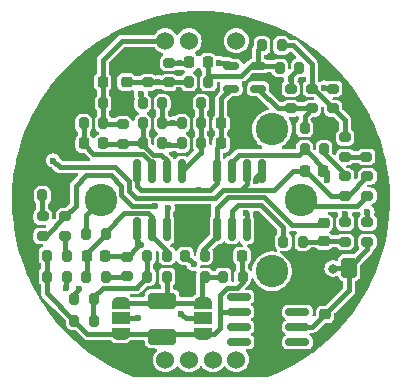
<source format=gbr>
%TF.GenerationSoftware,KiCad,Pcbnew,8.0.4*%
%TF.CreationDate,2024-09-03T19:15:54+05:30*%
%TF.ProjectId,OGS_B4_ISB1,4f47535f-4234-45f4-9953-42312e6b6963,rev?*%
%TF.SameCoordinates,Original*%
%TF.FileFunction,Copper,L1,Top*%
%TF.FilePolarity,Positive*%
%FSLAX46Y46*%
G04 Gerber Fmt 4.6, Leading zero omitted, Abs format (unit mm)*
G04 Created by KiCad (PCBNEW 8.0.4) date 2024-09-03 19:15:54*
%MOMM*%
%LPD*%
G01*
G04 APERTURE LIST*
G04 Aperture macros list*
%AMRoundRect*
0 Rectangle with rounded corners*
0 $1 Rounding radius*
0 $2 $3 $4 $5 $6 $7 $8 $9 X,Y pos of 4 corners*
0 Add a 4 corners polygon primitive as box body*
4,1,4,$2,$3,$4,$5,$6,$7,$8,$9,$2,$3,0*
0 Add four circle primitives for the rounded corners*
1,1,$1+$1,$2,$3*
1,1,$1+$1,$4,$5*
1,1,$1+$1,$6,$7*
1,1,$1+$1,$8,$9*
0 Add four rect primitives between the rounded corners*
20,1,$1+$1,$2,$3,$4,$5,0*
20,1,$1+$1,$4,$5,$6,$7,0*
20,1,$1+$1,$6,$7,$8,$9,0*
20,1,$1+$1,$8,$9,$2,$3,0*%
%AMFreePoly0*
4,1,19,0.550000,-0.750000,0.000000,-0.750000,0.000000,-0.744911,-0.071157,-0.744911,-0.207708,-0.704816,-0.327430,-0.627875,-0.420627,-0.520320,-0.479746,-0.390866,-0.500000,-0.250000,-0.500000,0.250000,-0.479746,0.390866,-0.420627,0.520320,-0.327430,0.627875,-0.207708,0.704816,-0.071157,0.744911,0.000000,0.744911,0.000000,0.750000,0.550000,0.750000,0.550000,-0.750000,0.550000,-0.750000,
$1*%
%AMFreePoly1*
4,1,19,0.000000,0.744911,0.071157,0.744911,0.207708,0.704816,0.327430,0.627875,0.420627,0.520320,0.479746,0.390866,0.500000,0.250000,0.500000,-0.250000,0.479746,-0.390866,0.420627,-0.520320,0.327430,-0.627875,0.207708,-0.704816,0.071157,-0.744911,0.000000,-0.744911,0.000000,-0.750000,-0.550000,-0.750000,-0.550000,0.750000,0.000000,0.750000,0.000000,0.744911,0.000000,0.744911,
$1*%
G04 Aperture macros list end*
%TA.AperFunction,SMDPad,CuDef*%
%ADD10RoundRect,0.225000X-0.225000X-0.250000X0.225000X-0.250000X0.225000X0.250000X-0.225000X0.250000X0*%
%TD*%
%TA.AperFunction,SMDPad,CuDef*%
%ADD11RoundRect,0.200000X-0.200000X-0.275000X0.200000X-0.275000X0.200000X0.275000X-0.200000X0.275000X0*%
%TD*%
%TA.AperFunction,SMDPad,CuDef*%
%ADD12RoundRect,0.200000X0.200000X0.275000X-0.200000X0.275000X-0.200000X-0.275000X0.200000X-0.275000X0*%
%TD*%
%TA.AperFunction,SMDPad,CuDef*%
%ADD13RoundRect,0.200000X-0.275000X0.200000X-0.275000X-0.200000X0.275000X-0.200000X0.275000X0.200000X0*%
%TD*%
%TA.AperFunction,SMDPad,CuDef*%
%ADD14RoundRect,0.200000X0.275000X-0.200000X0.275000X0.200000X-0.275000X0.200000X-0.275000X-0.200000X0*%
%TD*%
%TA.AperFunction,SMDPad,CuDef*%
%ADD15RoundRect,0.150000X0.150000X-0.825000X0.150000X0.825000X-0.150000X0.825000X-0.150000X-0.825000X0*%
%TD*%
%TA.AperFunction,SMDPad,CuDef*%
%ADD16RoundRect,0.225000X-0.250000X0.225000X-0.250000X-0.225000X0.250000X-0.225000X0.250000X0.225000X0*%
%TD*%
%TA.AperFunction,SMDPad,CuDef*%
%ADD17RoundRect,0.250000X0.925000X-0.412500X0.925000X0.412500X-0.925000X0.412500X-0.925000X-0.412500X0*%
%TD*%
%TA.AperFunction,SMDPad,CuDef*%
%ADD18FreePoly0,270.000000*%
%TD*%
%TA.AperFunction,SMDPad,CuDef*%
%ADD19R,1.500000X1.000000*%
%TD*%
%TA.AperFunction,SMDPad,CuDef*%
%ADD20FreePoly1,270.000000*%
%TD*%
%TA.AperFunction,SMDPad,CuDef*%
%ADD21RoundRect,0.150000X0.512500X0.150000X-0.512500X0.150000X-0.512500X-0.150000X0.512500X-0.150000X0*%
%TD*%
%TA.AperFunction,SMDPad,CuDef*%
%ADD22RoundRect,0.250000X0.400000X0.600000X-0.400000X0.600000X-0.400000X-0.600000X0.400000X-0.600000X0*%
%TD*%
%TA.AperFunction,SMDPad,CuDef*%
%ADD23RoundRect,0.150000X0.825000X0.150000X-0.825000X0.150000X-0.825000X-0.150000X0.825000X-0.150000X0*%
%TD*%
%TA.AperFunction,ComponentPad*%
%ADD24C,1.524000*%
%TD*%
%TA.AperFunction,ComponentPad*%
%ADD25C,2.750000*%
%TD*%
%TA.AperFunction,ViaPad*%
%ADD26C,0.600000*%
%TD*%
%TA.AperFunction,ViaPad*%
%ADD27C,0.800000*%
%TD*%
%TA.AperFunction,Conductor*%
%ADD28C,0.400000*%
%TD*%
G04 APERTURE END LIST*
D10*
%TO.P,C8,1*%
%TO.N,+6V*%
X1725000Y4800000D03*
%TO.P,C8,2*%
%TO.N,GNDA*%
X3275000Y4800000D03*
%TD*%
D11*
%TO.P,R24,1*%
%TO.N,Net-(C9-Pad1)*%
X-9925000Y6500000D03*
%TO.P,R24,2*%
%TO.N,O{slash}P2*%
X-8275000Y6500000D03*
%TD*%
%TO.P,R17,1*%
%TO.N,Net-(C7-Pad2)*%
X8775000Y4300000D03*
%TO.P,R17,2*%
%TO.N,Net-(R12-Pad2)*%
X10425000Y4300000D03*
%TD*%
D10*
%TO.P,C7,1*%
%TO.N,Net-(U4B--)*%
X8825000Y2500000D03*
%TO.P,C7,2*%
%TO.N,Net-(C7-Pad2)*%
X10375000Y2500000D03*
%TD*%
D12*
%TO.P,R10,1*%
%TO.N,O{slash}P2*%
X-8275000Y8200000D03*
%TO.P,R10,2*%
%TO.N,GNDA*%
X-9925000Y8200000D03*
%TD*%
D10*
%TO.P,C1,1*%
%TO.N,Net-(U1A--)*%
X-9675000Y-4700000D03*
%TO.P,C1,2*%
%TO.N,Net-(C1-Pad2)*%
X-8125000Y-4700000D03*
%TD*%
%TO.P,C11,1*%
%TO.N,GNDA*%
X-9875000Y10000000D03*
%TO.P,C11,2*%
%TO.N,O{slash}P2*%
X-8325000Y10000000D03*
%TD*%
D13*
%TO.P,R18,1*%
%TO.N,Net-(C1-Pad2)*%
X-6300000Y-4775000D03*
%TO.P,R18,2*%
%TO.N,Net-(R18-Pad2)*%
X-6300000Y-6425000D03*
%TD*%
D14*
%TO.P,R31,1*%
%TO.N,VPOT2*%
X-11500000Y-3025000D03*
%TO.P,R31,2*%
%TO.N,Net-(R19B0-Pad2)*%
X-11500000Y-1375000D03*
%TD*%
D15*
%TO.P,U1,1*%
%TO.N,Net-(C1-Pad2)*%
X-5405000Y-2475000D03*
%TO.P,U1,2,-*%
%TO.N,Net-(U1A--)*%
X-4135000Y-2475000D03*
%TO.P,U1,3,+*%
%TO.N,VMID*%
X-2865000Y-2475000D03*
%TO.P,U1,4,V-*%
%TO.N,GNDA*%
X-1595000Y-2475000D03*
%TO.P,U1,5,+*%
%TO.N,Net-(U1B-+)*%
X-1595000Y2475000D03*
%TO.P,U1,6,-*%
%TO.N,Net-(U1B--)*%
X-2865000Y2475000D03*
%TO.P,U1,7*%
%TO.N,Net-(C9-Pad1)*%
X-4135000Y2475000D03*
%TO.P,U1,8,V+*%
%TO.N,+6V*%
X-5405000Y2475000D03*
%TD*%
D10*
%TO.P,C12,1*%
%TO.N,GNDA*%
X1925000Y-4700000D03*
%TO.P,C12,2*%
%TO.N,Net-(LK1-B)*%
X3475000Y-4700000D03*
%TD*%
D11*
%TO.P,R5B0,1*%
%TO.N,Net-(LK1-B)*%
X-13025000Y-4700000D03*
%TO.P,R5B0,2*%
%TO.N,VPOT2*%
X-11375000Y-4700000D03*
%TD*%
D14*
%TO.P,R32,1*%
%TO.N,Net-(R19B0-Pad2)*%
X-13400000Y-3025000D03*
%TO.P,R32,2*%
%TO.N,Net-(R32-Pad2)*%
X-13400000Y-1375000D03*
%TD*%
%TO.P,R7A0,1*%
%TO.N,Net-(U2-+)*%
X9400000Y7775000D03*
%TO.P,R7A0,2*%
%TO.N,Net-(R29-Pad2)*%
X9400000Y9425000D03*
%TD*%
D16*
%TO.P,C3,1*%
%TO.N,GNDA*%
X-6300000Y11575000D03*
%TO.P,C3,2*%
%TO.N,O{slash}P1*%
X-6300000Y10025000D03*
%TD*%
D15*
%TO.P,U4,1*%
%TO.N,Net-(C6-Pad1)*%
X1345000Y-2475000D03*
%TO.P,U4,2,-*%
%TO.N,Net-(U4A--)*%
X2615000Y-2475000D03*
%TO.P,U4,3,+*%
%TO.N,VCE*%
X3885000Y-2475000D03*
%TO.P,U4,4,V-*%
%TO.N,GNDA*%
X5155000Y-2475000D03*
%TO.P,U4,5,+*%
%TO.N,VMID*%
X5155000Y2475000D03*
%TO.P,U4,6,-*%
%TO.N,Net-(U4B--)*%
X3885000Y2475000D03*
%TO.P,U4,7*%
%TO.N,Net-(C7-Pad2)*%
X2615000Y2475000D03*
%TO.P,U4,8,V+*%
%TO.N,+6V*%
X1345000Y2475000D03*
%TD*%
D12*
%TO.P,R23,1*%
%TO.N,Net-(U1B-+)*%
X25000Y8200000D03*
%TO.P,R23,2*%
%TO.N,GNDA*%
X-1625000Y8200000D03*
%TD*%
D14*
%TO.P,R1,1*%
%TO.N,O{slash}P1*%
X-4500000Y9975000D03*
%TO.P,R1,2*%
%TO.N,GNDA*%
X-4500000Y11625000D03*
%TD*%
D11*
%TO.P,R11,1*%
%TO.N,Net-(SN1-CE)*%
X-1325000Y-4700000D03*
%TO.P,R11,2*%
%TO.N,Net-(C6-Pad1)*%
X325000Y-4700000D03*
%TD*%
D10*
%TO.P,C4,1*%
%TO.N,Net-(C4-Pad1)*%
X-975000Y11700000D03*
%TO.P,C4,2*%
%TO.N,Net-(U2--)*%
X575000Y11700000D03*
%TD*%
D11*
%TO.P,R26,1*%
%TO.N,VOFF*%
X-4525000Y-4700000D03*
%TO.P,R26,2*%
%TO.N,Net-(U1A--)*%
X-2875000Y-4700000D03*
%TD*%
D12*
%TO.P,R4,1*%
%TO.N,Net-(U2--)*%
X625000Y10000000D03*
%TO.P,R4,2*%
%TO.N,O{slash}P1*%
X-1025000Y10000000D03*
%TD*%
D16*
%TO.P,C6,1*%
%TO.N,Net-(C6-Pad1)*%
X10400000Y-1925000D03*
%TO.P,C6,2*%
%TO.N,Net-(C6-Pad2)*%
X10400000Y-3475000D03*
%TD*%
D13*
%TO.P,R3,1*%
%TO.N,Net-(C4-Pad1)*%
X-2700000Y11625000D03*
%TO.P,R3,2*%
%TO.N,O{slash}P1*%
X-2700000Y9975000D03*
%TD*%
D14*
%TO.P,R22,1*%
%TO.N,Net-(U1B--)*%
X-6600000Y4775000D03*
%TO.P,R22,2*%
%TO.N,O{slash}P2*%
X-6600000Y6425000D03*
%TD*%
D11*
%TO.P,R9,1*%
%TO.N,Net-(U2-+)*%
X8775000Y6100000D03*
%TO.P,R9,2*%
%TO.N,GNDA*%
X10425000Y6100000D03*
%TD*%
D17*
%TO.P,C13,1*%
%TO.N,Net-(LK1-B)*%
X-3300000Y-11575000D03*
%TO.P,C13,2*%
%TO.N,Net-(LK1-A)*%
X-3300000Y-8500000D03*
%TD*%
D11*
%TO.P,R5A0,1*%
%TO.N,Net-(LK1-B)*%
X-13025000Y-6500000D03*
%TO.P,R5A0,2*%
%TO.N,VPOT1*%
X-11375000Y-6500000D03*
%TD*%
D12*
%TO.P,R25,1*%
%TO.N,VOFF*%
X-9075000Y-8400000D03*
%TO.P,R25,2*%
%TO.N,Net-(U4B--)*%
X-10725000Y-8400000D03*
%TD*%
D11*
%TO.P,R7,1*%
%TO.N,Net-(R32-Pad2)*%
X-13425000Y400000D03*
%TO.P,R7,2*%
%TO.N,GNDA*%
X-11775000Y400000D03*
%TD*%
%TO.P,R6,1*%
%TO.N,Net-(U1A--)*%
X-9725000Y-6500000D03*
%TO.P,R6,2*%
%TO.N,Net-(R18-Pad2)*%
X-8075000Y-6500000D03*
%TD*%
%TO.P,R19B0,1*%
%TO.N,Net-(U1B--)*%
X-4925000Y4800000D03*
%TO.P,R19B0,2*%
%TO.N,Net-(R19B0-Pad2)*%
X-3275000Y4800000D03*
%TD*%
D18*
%TO.P,LK1,1,A*%
%TO.N,Net-(LK1-A)*%
X-6800000Y-8700000D03*
D19*
%TO.P,LK1,2,C*%
%TO.N,VMID*%
X-6800000Y-10000000D03*
D20*
%TO.P,LK1,3,B*%
%TO.N,Net-(LK1-B)*%
X-6800000Y-11300000D03*
%TD*%
D10*
%TO.P,C2,1*%
%TO.N,+6V*%
X1725000Y6500000D03*
%TO.P,C2,2*%
%TO.N,GNDA*%
X3275000Y6500000D03*
%TD*%
D21*
%TO.P,U2,1,+*%
%TO.N,Net-(U2-+)*%
X4837500Y9450000D03*
%TO.P,U2,2,V-*%
%TO.N,GNDA*%
X4837500Y10400000D03*
%TO.P,U2,3,-*%
%TO.N,Net-(U2--)*%
X4837500Y11350000D03*
%TO.P,U2,4*%
%TO.N,Net-(C4-Pad1)*%
X2562500Y11350000D03*
%TO.P,U2,5,V+*%
%TO.N,+6V*%
X2562500Y9450000D03*
%TD*%
D12*
%TO.P,R21B0,1*%
%TO.N,Net-(U1B-+)*%
X25000Y6500000D03*
%TO.P,R21B0,2*%
%TO.N,Net-(C1-Pad2)*%
X-1625000Y6500000D03*
%TD*%
D10*
%TO.P,C9,1*%
%TO.N,Net-(C9-Pad1)*%
X-9875000Y4800000D03*
%TO.P,C9,2*%
%TO.N,Net-(U1B--)*%
X-8325000Y4800000D03*
%TD*%
D12*
%TO.P,R20,1*%
%TO.N,Net-(C1-Pad2)*%
X-3275000Y8200000D03*
%TO.P,R20,2*%
%TO.N,Net-(U4B--)*%
X-4925000Y8200000D03*
%TD*%
D13*
%TO.P,R29,1*%
%TO.N,VPOT1*%
X11200000Y9425000D03*
%TO.P,R29,2*%
%TO.N,Net-(R29-Pad2)*%
X11200000Y7775000D03*
%TD*%
D16*
%TO.P,C5,1*%
%TO.N,GNDA*%
X10500000Y-8125000D03*
%TO.P,C5,2*%
%TO.N,+6V*%
X10500000Y-9675000D03*
%TD*%
D13*
%TO.P,R13,1*%
%TO.N,Net-(SN1-RE)*%
X12200000Y-1875000D03*
%TO.P,R13,2*%
%TO.N,Net-(C6-Pad2)*%
X12200000Y-3525000D03*
%TD*%
D12*
%TO.P,R14,1*%
%TO.N,Net-(C6-Pad2)*%
X8625000Y-3500000D03*
%TO.P,R14,2*%
%TO.N,Net-(U4A--)*%
X6975000Y-3500000D03*
%TD*%
D11*
%TO.P,R28,1*%
%TO.N,VOFF*%
X-4525000Y-6500000D03*
%TO.P,R28,2*%
%TO.N,Net-(LK1-A)*%
X-2875000Y-6500000D03*
%TD*%
%TO.P,R27,1*%
%TO.N,Net-(LK1-B)*%
X-10725000Y-10200000D03*
%TO.P,R27,2*%
%TO.N,VOFF*%
X-9075000Y-10200000D03*
%TD*%
D12*
%TO.P,R21,1*%
%TO.N,Net-(LK1-B)*%
X3525000Y-6500000D03*
%TO.P,R21,2*%
%TO.N,Net-(LK1-A)*%
X1875000Y-6500000D03*
%TD*%
D11*
%TO.P,R6A0,1*%
%TO.N,Net-(U2--)*%
X6675000Y11200000D03*
%TO.P,R6A0,2*%
%TO.N,Net-(C7-Pad2)*%
X8325000Y11200000D03*
%TD*%
D18*
%TO.P,LK2,1,A*%
%TO.N,Net-(LK1-A)*%
X200000Y-8700000D03*
D19*
%TO.P,LK2,2,C*%
%TO.N,VCE*%
X200000Y-10000000D03*
D20*
%TO.P,LK2,3,B*%
%TO.N,Net-(LK1-B)*%
X200000Y-11300000D03*
%TD*%
D11*
%TO.P,R6B0,1*%
%TO.N,Net-(U2--)*%
X5175000Y13100000D03*
%TO.P,R6B0,2*%
%TO.N,Net-(R29-Pad2)*%
X6825000Y13100000D03*
%TD*%
D22*
%TO.P,D1,1,K*%
%TO.N,+6V*%
X12550000Y-5700000D03*
%TO.P,D1,2,A*%
%TO.N,GNDA*%
X9050000Y-5700000D03*
%TD*%
D14*
%TO.P,R12,1*%
%TO.N,Net-(U4B--)*%
X12200000Y375000D03*
%TO.P,R12,2*%
%TO.N,Net-(R12-Pad2)*%
X12200000Y2025000D03*
%TD*%
D13*
%TO.P,R30,1*%
%TO.N,Net-(R29-Pad2)*%
X12200000Y5325000D03*
%TO.P,R30,2*%
%TO.N,Net-(R30-Pad2)*%
X12200000Y3675000D03*
%TD*%
D12*
%TO.P,R21A0,1*%
%TO.N,Net-(U1B-+)*%
X25000Y4800000D03*
%TO.P,R21A0,2*%
%TO.N,Net-(R19B0-Pad2)*%
X-1625000Y4800000D03*
%TD*%
%TO.P,R19,1*%
%TO.N,Net-(LK1-A)*%
X325000Y-6500000D03*
%TO.P,R19,2*%
%TO.N,GNDA*%
X-1325000Y-6500000D03*
%TD*%
D14*
%TO.P,R8,1*%
%TO.N,Net-(R30-Pad2)*%
X14000000Y3675000D03*
%TO.P,R8,2*%
%TO.N,GNDA*%
X14000000Y5325000D03*
%TD*%
D11*
%TO.P,R19A0,1*%
%TO.N,Net-(U1B--)*%
X-4925000Y6500000D03*
%TO.P,R19A0,2*%
%TO.N,Net-(C1-Pad2)*%
X-3275000Y6500000D03*
%TD*%
D14*
%TO.P,R15,1*%
%TO.N,Net-(SN1-WE)*%
X14100000Y375000D03*
%TO.P,R15,2*%
%TO.N,Net-(U4B--)*%
X14100000Y2025000D03*
%TD*%
D13*
%TO.P,R16,1*%
%TO.N,VCC*%
X14100000Y-1875000D03*
%TO.P,R16,2*%
%TO.N,+6V*%
X14100000Y-3525000D03*
%TD*%
D14*
%TO.P,R7B0,1*%
%TO.N,Net-(U2-+)*%
X7600000Y7775000D03*
%TO.P,R7B0,2*%
%TO.N,Net-(C7-Pad2)*%
X7600000Y9425000D03*
%TD*%
D23*
%TO.P,U3,1,GND/NC*%
%TO.N,unconnected-(U3-GND{slash}NC-Pad1)*%
X8175000Y-12005000D03*
%TO.P,U3,2,Vin*%
%TO.N,+6V*%
X8175000Y-10735000D03*
%TO.P,U3,3,NC*%
%TO.N,unconnected-(U3-NC-Pad3)*%
X8175000Y-9465000D03*
%TO.P,U3,4,GND*%
%TO.N,GNDA*%
X8175000Y-8195000D03*
%TO.P,U3,5,Trim/NC*%
%TO.N,unconnected-(U3-Trim{slash}NC-Pad5)*%
X3225000Y-8195000D03*
%TO.P,U3,6,Vout*%
%TO.N,Net-(LK1-B)*%
X3225000Y-9465000D03*
%TO.P,U3,7,NC*%
%TO.N,unconnected-(U3-NC-Pad7)*%
X3225000Y-10735000D03*
%TO.P,U3,8,NC*%
%TO.N,unconnected-(U3-NC-Pad8)*%
X3225000Y-12005000D03*
%TD*%
D12*
%TO.P,R2,1*%
%TO.N,Net-(U1A--)*%
X-8075000Y-2900000D03*
%TO.P,R2,2*%
%TO.N,Net-(SN1-AE)*%
X-9725000Y-2900000D03*
%TD*%
D24*
%TO.P,U5,7,+5V*%
%TO.N,VCC*%
X3000000Y13500000D03*
%TO.P,U5,8,GND*%
%TO.N,GNDA*%
X1000000Y13500000D03*
%TO.P,U5,9,W*%
%TO.N,O{slash}P1*%
X-1000000Y13500000D03*
%TO.P,U5,10,A*%
%TO.N,O{slash}P2*%
X-3000000Y13500000D03*
%TO.P,U5,11,3V3*%
%TO.N,+3V3*%
X3000000Y-13500000D03*
%TO.P,U5,12,GND*%
%TO.N,GND*%
X1000000Y-13500000D03*
%TO.P,U5,13,SCL*%
%TO.N,TEMP*%
X-1000000Y-13500000D03*
%TO.P,U5,14,SDA*%
%TO.N,unconnected-(U5-SDA-Pad14)*%
X-3000000Y-13500000D03*
%TD*%
D25*
%TO.P,SN1,1,AE*%
%TO.N,Net-(SN1-AE)*%
X-8500000Y0D03*
%TO.P,SN1,2,RE*%
%TO.N,Net-(SN1-RE)*%
X6010408Y6010408D03*
%TO.P,SN1,3,WE*%
%TO.N,Net-(SN1-WE)*%
X8500000Y0D03*
%TO.P,SN1,4,CE*%
%TO.N,Net-(SN1-CE)*%
X6010408Y-6010408D03*
%TD*%
D26*
%TO.N,Net-(SN1-CE)*%
X-625000Y-5400000D03*
%TO.N,Net-(C1-Pad2)*%
X-5100000Y-3800000D03*
X-2400000Y6500000D03*
%TO.N,Net-(SN1-RE)*%
X12200000Y-1174500D03*
%TO.N,Net-(C4-Pad1)*%
X-1800000Y11600000D03*
X1524500Y11600000D03*
%TO.N,Net-(U4B--)*%
X-10300000Y-7500000D03*
X-12500000Y3360000D03*
X-5100000Y9000000D03*
%TO.N,Net-(C7-Pad2)*%
X10700000Y1700000D03*
X7600000Y10300000D03*
%TO.N,GNDA*%
X4400000Y8200000D03*
X6600000Y-8300000D03*
D27*
X-15000000Y-500000D03*
D26*
X6100000Y10100000D03*
X-1100000Y-7500000D03*
X4800000Y-3800000D03*
X-1850000Y9300000D03*
X3700000Y9800000D03*
D27*
X5750000Y-13750000D03*
D26*
X-900000Y-1800000D03*
X10300000Y-7000000D03*
X5500000Y-3800000D03*
X2000000Y-3900000D03*
D27*
X-15000000Y2000000D03*
D26*
X-7300000Y11000000D03*
D27*
X-11200000Y7400000D03*
X-14750000Y3500000D03*
D26*
X7700000Y4800000D03*
X-7300000Y11700000D03*
X-4900000Y12600000D03*
X-4200000Y12600000D03*
X-900000Y-3200000D03*
X8900000Y-7400000D03*
X-11440000Y1270000D03*
X3700000Y8800000D03*
X-900000Y-2500000D03*
D27*
X5750000Y-12000000D03*
X-11250000Y3750000D03*
D26*
X9600000Y-7000000D03*
D27*
X-11200000Y6400000D03*
D26*
X14000000Y6300000D03*
D27*
X6250000Y-9500000D03*
X5500000Y-8750000D03*
D26*
X8200000Y-7400000D03*
%TO.N,VPOT1*%
X-11400000Y-7400000D03*
X10432122Y9532122D03*
%TO.N,Net-(R19B0-Pad2)*%
X-3900000Y-500000D03*
X-2700000Y4700000D03*
%TO.N,VCC*%
X14100000Y-1000000D03*
D27*
%TO.N,+6V*%
X11160000Y-5790000D03*
D26*
X-200000Y900000D03*
%TO.N,O{slash}P1*%
X-3600000Y10000000D03*
%TO.N,VMID*%
X4683131Y1607845D03*
X-5300000Y-10000000D03*
X-2811376Y-668563D03*
%TO.N,VCE*%
X-1700000Y-9600000D03*
X3800000Y-1099500D03*
%TD*%
D28*
%TO.N,Net-(SN1-CE)*%
X-625000Y-5400000D02*
X-1325000Y-4700000D01*
%TO.N,Net-(C1-Pad2)*%
X-6300000Y-4775000D02*
X-6180000Y-4775000D01*
X-5405000Y-2475000D02*
X-5405000Y-4000000D01*
X-3275000Y8200000D02*
X-3275000Y6500000D01*
X-2400000Y6500000D02*
X-3275000Y6500000D01*
X-8125000Y-4700000D02*
X-6375000Y-4700000D01*
X-2400000Y6500000D02*
X-1625000Y6500000D01*
X-6180000Y-4775000D02*
X-5405000Y-4000000D01*
X-5405000Y-2475000D02*
X-5405000Y-3063665D01*
X-6375000Y-4700000D02*
X-6300000Y-4775000D01*
X-5405000Y-3063665D02*
G75*
G03*
X-5100010Y-3800010I1041300J-35D01*
G01*
%TO.N,Net-(SN1-RE)*%
X12200000Y-1174500D02*
X12200000Y-1875000D01*
%TO.N,Net-(C4-Pad1)*%
X-2700000Y11625000D02*
X-1825000Y11625000D01*
X-1800000Y11600000D02*
X-1775000Y11625000D01*
X-1775000Y11625000D02*
X-1050000Y11625000D01*
X-1825000Y11625000D02*
X-1800000Y11600000D01*
X-1050000Y11625000D02*
X-975000Y11700000D01*
X1524500Y11600000D02*
X2312500Y11600000D01*
X2312500Y11600000D02*
X2562500Y11350000D01*
%TO.N,Net-(U4A--)*%
X2615000Y-885000D02*
X3100000Y-400000D01*
X6975000Y-2275000D02*
X6975000Y-3500000D01*
X5100000Y-400000D02*
X6975000Y-2275000D01*
X3100000Y-400000D02*
X5100000Y-400000D01*
X2615000Y-2475000D02*
X2615000Y-885000D01*
%TO.N,Net-(SN1-WE)*%
X13250000Y-475000D02*
X8975000Y-475000D01*
X14100000Y375000D02*
X13250000Y-475000D01*
X8975000Y-475000D02*
X8500000Y0D01*
%TO.N,Net-(U4B--)*%
X6194975Y900000D02*
X7794975Y2500000D01*
X3400000Y900000D02*
X6194975Y900000D01*
X12450000Y375000D02*
X14100000Y2025000D01*
X-10725000Y-7925000D02*
X-10725000Y-8400000D01*
X12200000Y375000D02*
X11025000Y375000D01*
X-5100000Y9000000D02*
X-5100000Y8375000D01*
X-11940000Y2800000D02*
X-7300000Y2800000D01*
X3885000Y1385000D02*
X3400000Y900000D01*
X3885000Y2475000D02*
X3885000Y1385000D01*
X-5100000Y8375000D02*
X-4925000Y8200000D01*
X-6125000Y1625000D02*
X-6125000Y819122D01*
X7794975Y2500000D02*
X8825000Y2500000D01*
X1850000Y900000D02*
X3400000Y900000D01*
X-10300000Y-7500000D02*
X-10725000Y-7925000D01*
X8900000Y2500000D02*
X8825000Y2500000D01*
X11025000Y375000D02*
X8900000Y2500000D01*
X-7300000Y2800000D02*
X-6125000Y1625000D01*
X-5505878Y200000D02*
X1150000Y200000D01*
X-12500000Y3360000D02*
X-11940000Y2800000D01*
X12200000Y375000D02*
X12450000Y375000D01*
X1150000Y200000D02*
X1850000Y900000D01*
X-6125000Y819122D02*
X-5505878Y200000D01*
%TO.N,Net-(C6-Pad1)*%
X1345000Y-3055000D02*
X200000Y-4200000D01*
X1345000Y-2475000D02*
X1345000Y-655000D01*
X2300000Y300000D02*
X5300000Y300000D01*
X7732500Y-2132500D02*
X9900000Y-2132500D01*
X1345000Y-2475000D02*
X1345000Y-3055000D01*
X1345000Y-655000D02*
X2300000Y300000D01*
X5300000Y300000D02*
X7732500Y-2132500D01*
%TO.N,Net-(C6-Pad2)*%
X8625000Y-3500000D02*
X10375000Y-3500000D01*
X10400000Y-3475000D02*
X12150000Y-3475000D01*
X12150000Y-3475000D02*
X12200000Y-3525000D01*
X10375000Y-3500000D02*
X10400000Y-3475000D01*
%TO.N,VOFF*%
X-9100000Y-9700000D02*
X-9100000Y-8200000D01*
X-5300000Y-7300000D02*
X-5300000Y-7275000D01*
X-4525000Y-4700000D02*
X-4525000Y-6500000D01*
X-8300000Y-7400000D02*
X-5400000Y-7400000D01*
X-9100000Y-8200000D02*
X-8300000Y-7400000D01*
X-5400000Y-7400000D02*
X-5300000Y-7300000D01*
X-5300000Y-7275000D02*
X-4525000Y-6500000D01*
%TO.N,Net-(C7-Pad2)*%
X10700000Y2375000D02*
X8775000Y4300000D01*
X2615000Y3215000D02*
X3250000Y3850000D01*
X7600000Y10300000D02*
X7600000Y10475000D01*
X3250000Y3850000D02*
X8325000Y3850000D01*
X7600000Y9425000D02*
X7600000Y10300000D01*
X7600000Y10475000D02*
X8325000Y11200000D01*
X10700000Y1700000D02*
X10700000Y2375000D01*
X10700000Y1700000D02*
X10700000Y2175000D01*
X8325000Y3850000D02*
X8775000Y4300000D01*
X10700000Y2175000D02*
X10375000Y2500000D01*
X2615000Y2475000D02*
X2615000Y3215000D01*
%TO.N,Net-(C9-Pad1)*%
X-4945000Y3925000D02*
X-9100000Y3925000D01*
X-9100000Y3925000D02*
X-9925000Y4750000D01*
X-4135000Y3115000D02*
X-4945000Y3925000D01*
X-9925000Y4750000D02*
X-9925000Y6500000D01*
X-4135000Y2475000D02*
X-4135000Y3115000D01*
%TO.N,Net-(U1A--)*%
X-9675000Y-4700000D02*
X-9675000Y-6450000D01*
X-4500000Y-1100000D02*
X-4135000Y-1465000D01*
X-4135000Y-3065000D02*
X-2875000Y-4325000D01*
X-9675000Y-4500000D02*
X-8075000Y-2900000D01*
X-9675000Y-4700000D02*
X-9675000Y-4500000D01*
X-9675000Y-6450000D02*
X-9725000Y-6500000D01*
X-6500000Y-1100000D02*
X-4500000Y-1100000D01*
X-8075000Y-2675000D02*
X-6500000Y-1100000D01*
X-8075000Y-2900000D02*
X-8075000Y-2675000D01*
X-4135000Y-1465000D02*
X-4135000Y-2475000D01*
X-4135000Y-2475000D02*
X-4135000Y-3065000D01*
X-2875000Y-4325000D02*
X-2875000Y-4700000D01*
%TO.N,Net-(SN1-AE)*%
X-9725000Y-1225000D02*
X-8500000Y0D01*
X-9725000Y-2900000D02*
X-9725000Y-1225000D01*
%TO.N,Net-(U1B--)*%
X-4697500Y4526028D02*
X-4021472Y3850000D01*
X-3350000Y3850000D02*
X-2865000Y3365000D01*
X-4925000Y4800000D02*
X-4925000Y6500000D01*
X-4925000Y4800000D02*
X-6575000Y4800000D01*
X-6575000Y4800000D02*
X-6600000Y4775000D01*
X-6600000Y4775000D02*
X-8250000Y4775000D01*
X-4021472Y3850000D02*
X-3350000Y3850000D01*
X-2865000Y3365000D02*
X-2865000Y2475000D01*
%TO.N,Net-(U1B-+)*%
X-1595000Y2475000D02*
X-70000Y4000000D01*
X25000Y8200000D02*
X25000Y6500000D01*
X25000Y4025000D02*
X25000Y4800000D01*
X25000Y6500000D02*
X25000Y4800000D01*
X0Y4000000D02*
X25000Y4025000D01*
X-70000Y4000000D02*
X0Y4000000D01*
%TO.N,Net-(R29-Pad2)*%
X12200000Y6775000D02*
X12200000Y5325000D01*
X9550000Y9425000D02*
X11200000Y7775000D01*
X11200000Y7775000D02*
X12200000Y6775000D01*
X9400000Y9425000D02*
X9550000Y9425000D01*
X9400000Y11519239D02*
X9400000Y9425000D01*
X7819239Y13100000D02*
X9400000Y11519239D01*
X6825000Y13100000D02*
X7819239Y13100000D01*
%TO.N,VPOT2*%
X-11500000Y-3025000D02*
X-11500000Y-4575000D01*
X-11500000Y-4575000D02*
X-11375000Y-4700000D01*
%TO.N,Net-(R18-Pad2)*%
X-8075000Y-6500000D02*
X-6375000Y-6500000D01*
X-6375000Y-6500000D02*
X-6300000Y-6425000D01*
%TO.N,GNDA*%
X-1625000Y9075000D02*
X-1850000Y9300000D01*
X-1625000Y8200000D02*
X-1625000Y9075000D01*
%TO.N,Net-(R32-Pad2)*%
X-13425000Y-1350000D02*
X-13400000Y-1375000D01*
X-13425000Y400000D02*
X-13425000Y-1350000D01*
%TO.N,VPOT1*%
X-11400000Y-6525000D02*
X-11375000Y-6500000D01*
X11092878Y9532122D02*
X11200000Y9425000D01*
X-11400000Y-7400000D02*
X-11400000Y-6525000D01*
X10432122Y9532122D02*
X11092878Y9532122D01*
%TO.N,Net-(R30-Pad2)*%
X12200000Y3675000D02*
X14000000Y3675000D01*
%TO.N,Net-(R12-Pad2)*%
X12200000Y2200000D02*
X10425000Y3975000D01*
X10425000Y3975000D02*
X10425000Y4300000D01*
X12200000Y2025000D02*
X12200000Y2200000D01*
%TO.N,Net-(U2-+)*%
X7600000Y7775000D02*
X9400000Y7775000D01*
X8775000Y6100000D02*
X8775000Y7150000D01*
X8775000Y7150000D02*
X9400000Y7775000D01*
X7600000Y7775000D02*
X6512500Y7775000D01*
X6512500Y7775000D02*
X4837500Y9450000D01*
%TO.N,Net-(U2--)*%
X4800000Y12725000D02*
X4800000Y11387500D01*
X4837500Y11350000D02*
X6525000Y11350000D01*
X4800000Y11387500D02*
X4837500Y11350000D01*
X575000Y11700000D02*
X575000Y10050000D01*
X575000Y10050000D02*
X625000Y10000000D01*
X5175000Y13100000D02*
X4800000Y12725000D01*
X6525000Y11350000D02*
X6675000Y11200000D01*
X625000Y10000000D02*
X625000Y10500000D01*
X625000Y10500000D02*
X3400000Y10500000D01*
X3400000Y10500000D02*
X4250000Y11350000D01*
X4250000Y11350000D02*
X4837500Y11350000D01*
%TO.N,Net-(R19B0-Pad2)*%
X-10600000Y-475000D02*
X-11500000Y-1375000D01*
X-1797500Y4700000D02*
X-2700000Y4700000D01*
X-6725000Y1225000D02*
X-7600000Y2100000D01*
X-7600000Y2100000D02*
X-9700000Y2100000D01*
X-3900000Y-500000D02*
X-5800000Y-500000D01*
X-6725000Y425000D02*
X-6725000Y1225000D01*
X-13400000Y-3025000D02*
X-13150000Y-3025000D01*
X-10600000Y1200000D02*
X-10600000Y-475000D01*
X-5800000Y-500000D02*
X-6725000Y425000D01*
X-13150000Y-3025000D02*
X-11500000Y-1375000D01*
X-9700000Y2100000D02*
X-10600000Y1200000D01*
%TO.N,VCC*%
X14100000Y-1875000D02*
X14100000Y-1000000D01*
%TO.N,+6V*%
X1725000Y4800000D02*
X1725000Y6500000D01*
X1725000Y8612500D02*
X2562500Y9450000D01*
X12550000Y-5700000D02*
X14100000Y-4150000D01*
X-5405000Y2475000D02*
X-5405000Y1205000D01*
X10500000Y-9675000D02*
X12550000Y-7625000D01*
X800000Y900000D02*
X1345000Y1445000D01*
X1345000Y2475000D02*
X1345000Y4420000D01*
X1345000Y4420000D02*
X1725000Y4800000D01*
X1725000Y6500000D02*
X1725000Y8612500D01*
X12550000Y-7625000D02*
X12550000Y-5700000D01*
X-200000Y900000D02*
X800000Y900000D01*
X11160000Y-5790000D02*
X11250000Y-5700000D01*
X11250000Y-5700000D02*
X12550000Y-5700000D01*
X14100000Y-4150000D02*
X14100000Y-3525000D01*
X8175000Y-10735000D02*
X9440000Y-10735000D01*
X-5100000Y900000D02*
X-200000Y900000D01*
X1345000Y1445000D02*
X1345000Y2475000D01*
X9440000Y-10735000D02*
X10500000Y-9675000D01*
X-5405000Y1205000D02*
X-5100000Y900000D01*
%TO.N,Net-(LK1-B)*%
X3062500Y-7400000D02*
X2197500Y-7400000D01*
X200000Y-11300000D02*
X-3025000Y-11300000D01*
X1735000Y-9465000D02*
X1600000Y-9600000D01*
X1600000Y-10800000D02*
X1100000Y-11300000D01*
X-10725000Y-10200000D02*
X-13025000Y-7900000D01*
X3475000Y-6450000D02*
X3525000Y-6500000D01*
X3225000Y-9465000D02*
X1735000Y-9465000D01*
X-3025000Y-11300000D02*
X-3300000Y-11575000D01*
X3525000Y-6937500D02*
X3062500Y-7400000D01*
X3525000Y-6500000D02*
X3525000Y-6937500D01*
X-3575000Y-11300000D02*
X-3300000Y-11575000D01*
X3475000Y-4700000D02*
X3475000Y-6450000D01*
X-9625000Y-11300000D02*
X-6800000Y-11300000D01*
X-10725000Y-10200000D02*
X-9625000Y-11300000D01*
X-13025000Y-4700000D02*
X-13025000Y-6500000D01*
X-6800000Y-11300000D02*
X-3575000Y-11300000D01*
X-13025000Y-7900000D02*
X-13025000Y-6500000D01*
X2197500Y-7400000D02*
X1600000Y-7997500D01*
X1600000Y-7997500D02*
X1600000Y-10800000D01*
X1100000Y-11300000D02*
X200000Y-11300000D01*
%TO.N,Net-(LK1-A)*%
X-2902500Y-6500000D02*
X-2902500Y-8102500D01*
X97500Y-6500000D02*
X97500Y-8597500D01*
X-3500000Y-8700000D02*
X-3300000Y-8500000D01*
X200000Y-8700000D02*
X-3100000Y-8700000D01*
X-6800000Y-8700000D02*
X-3500000Y-8700000D01*
X-2902500Y-8102500D02*
X-3300000Y-8500000D01*
X-3100000Y-8700000D02*
X-3300000Y-8500000D01*
X97500Y-8597500D02*
X200000Y-8700000D01*
X1902500Y-6500000D02*
X97500Y-6500000D01*
%TO.N,O{slash}P1*%
X-3625000Y9975000D02*
X-4500000Y9975000D01*
X-2675000Y10000000D02*
X-2700000Y9975000D01*
X-6250000Y9975000D02*
X-6300000Y10025000D01*
X-1025000Y10000000D02*
X-2675000Y10000000D01*
X-3600000Y10000000D02*
X-3625000Y9975000D01*
X-2700000Y9975000D02*
X-3575000Y9975000D01*
X-3575000Y9975000D02*
X-3600000Y10000000D01*
X-4500000Y9975000D02*
X-6250000Y9975000D01*
%TO.N,O{slash}P2*%
X-6700000Y13500000D02*
X-3000000Y13500000D01*
X-8200000Y6425000D02*
X-8275000Y6500000D01*
X-8275000Y6500000D02*
X-8275000Y10050000D01*
X-6600000Y6425000D02*
X-8200000Y6425000D01*
X-8325000Y11875000D02*
X-6700000Y13500000D01*
X-8325000Y10000000D02*
X-8325000Y11875000D01*
%TO.N,VMID*%
X4683131Y1607845D02*
X4683131Y2003131D01*
X-2811376Y-668563D02*
X-2865000Y-722187D01*
X-6800000Y-10000000D02*
X-5300000Y-10000000D01*
X-2865000Y-722187D02*
X-2865000Y-2475000D01*
X4683131Y2003131D02*
X5155000Y2475000D01*
%TO.N,VCE*%
X3885000Y-1184500D02*
X3885000Y-2475000D01*
X-1700000Y-9600000D02*
X-1300000Y-10000000D01*
X-1300000Y-10000000D02*
X200000Y-10000000D01*
X3800000Y-1099500D02*
X3885000Y-1184500D01*
%TD*%
%TA.AperFunction,Conductor*%
%TO.N,GNDA*%
G36*
X-3619298Y-4288962D02*
G01*
X-3612820Y-4294994D01*
X-3611819Y-4295995D01*
X-3578334Y-4357318D01*
X-3575500Y-4383676D01*
X-3575500Y-5022870D01*
X-3575499Y-5022876D01*
X-3569092Y-5082483D01*
X-3518798Y-5217328D01*
X-3518794Y-5217335D01*
X-3432548Y-5332544D01*
X-3432545Y-5332547D01*
X-3317336Y-5418793D01*
X-3317329Y-5418797D01*
X-3272382Y-5435561D01*
X-3182483Y-5469091D01*
X-3122873Y-5475500D01*
X-2627128Y-5475499D01*
X-2567517Y-5469091D01*
X-2432669Y-5418796D01*
X-2317454Y-5332546D01*
X-2231204Y-5217331D01*
X-2224553Y-5199500D01*
X-2216182Y-5177056D01*
X-2174312Y-5121122D01*
X-2108847Y-5096704D01*
X-2040574Y-5111555D01*
X-1991168Y-5160960D01*
X-1983818Y-5177056D01*
X-1968799Y-5217326D01*
X-1968794Y-5217335D01*
X-1882548Y-5332544D01*
X-1882545Y-5332547D01*
X-1767336Y-5418793D01*
X-1767329Y-5418797D01*
X-1722382Y-5435561D01*
X-1632483Y-5469091D01*
X-1572873Y-5475500D01*
X-1326559Y-5475499D01*
X-1259520Y-5495183D01*
X-1213765Y-5547987D01*
X-1211998Y-5552046D01*
X-1199237Y-5582853D01*
X-1149536Y-5702841D01*
X-1053282Y-5828282D01*
X-927841Y-5924536D01*
X-781762Y-5985044D01*
X-740456Y-5990482D01*
X-625001Y-6005682D01*
X-625000Y-6005682D01*
X-509549Y-5990482D01*
X-440517Y-6001247D01*
X-388261Y-6047627D01*
X-369375Y-6114896D01*
X-370076Y-6126674D01*
X-375499Y-6177123D01*
X-375500Y-6177130D01*
X-375500Y-6315149D01*
X-379725Y-6347241D01*
X-403000Y-6434106D01*
X-403000Y-7899235D01*
X-422685Y-7966274D01*
X-459960Y-8003550D01*
X-523154Y-8044162D01*
X-523170Y-8044173D01*
X-631816Y-8138315D01*
X-635476Y-8142539D01*
X-647751Y-8156704D01*
X-706526Y-8194477D01*
X-741461Y-8199500D01*
X-1700500Y-8199500D01*
X-1767539Y-8179815D01*
X-1813294Y-8127011D01*
X-1824500Y-8075500D01*
X-1824500Y-8044403D01*
X-1824500Y-8044398D01*
X-1835123Y-7955936D01*
X-1890639Y-7815158D01*
X-1890640Y-7815157D01*
X-1890640Y-7815156D01*
X-1982078Y-7694577D01*
X-2102657Y-7603139D01*
X-2175664Y-7574349D01*
X-2243436Y-7547623D01*
X-2243438Y-7547622D01*
X-2243442Y-7547621D01*
X-2292785Y-7541696D01*
X-2356999Y-7514159D01*
X-2396131Y-7456277D01*
X-2402000Y-7418581D01*
X-2402000Y-7257906D01*
X-2382315Y-7190867D01*
X-2352314Y-7158641D01*
X-2317454Y-7132546D01*
X-2231204Y-7017331D01*
X-2180909Y-6882483D01*
X-2174500Y-6822873D01*
X-2174501Y-6177128D01*
X-2180909Y-6117517D01*
X-2181887Y-6114896D01*
X-2231203Y-5982671D01*
X-2231207Y-5982664D01*
X-2317453Y-5867455D01*
X-2317456Y-5867452D01*
X-2432665Y-5781206D01*
X-2432672Y-5781202D01*
X-2567514Y-5730910D01*
X-2567515Y-5730909D01*
X-2567517Y-5730909D01*
X-2627127Y-5724500D01*
X-2627137Y-5724500D01*
X-3122871Y-5724500D01*
X-3122877Y-5724501D01*
X-3182484Y-5730908D01*
X-3317329Y-5781202D01*
X-3317336Y-5781206D01*
X-3432545Y-5867452D01*
X-3432548Y-5867455D01*
X-3518794Y-5982664D01*
X-3518798Y-5982671D01*
X-3569090Y-6117513D01*
X-3569091Y-6117517D01*
X-3575500Y-6177127D01*
X-3575500Y-6177134D01*
X-3575500Y-6177135D01*
X-3575500Y-6822870D01*
X-3575499Y-6822876D01*
X-3569092Y-6882483D01*
X-3518798Y-7017328D01*
X-3518797Y-7017330D01*
X-3479142Y-7070302D01*
X-3471458Y-7080567D01*
X-3427733Y-7138975D01*
X-3403316Y-7204439D01*
X-3403000Y-7213286D01*
X-3403000Y-7413000D01*
X-3422685Y-7480039D01*
X-3475489Y-7525794D01*
X-3527000Y-7537000D01*
X-4268102Y-7537000D01*
X-4307147Y-7541688D01*
X-4356562Y-7547622D01*
X-4497344Y-7603139D01*
X-4617923Y-7694577D01*
X-4709361Y-7815156D01*
X-4764878Y-7955938D01*
X-4770595Y-8003550D01*
X-4775500Y-8044398D01*
X-4775500Y-8044403D01*
X-4775500Y-8075500D01*
X-4795185Y-8142539D01*
X-4847989Y-8188294D01*
X-4899500Y-8199500D01*
X-5858539Y-8199500D01*
X-5925578Y-8179815D01*
X-5952249Y-8156706D01*
X-5968181Y-8138319D01*
X-5991387Y-8118211D01*
X-6029160Y-8059436D01*
X-6029161Y-7989567D01*
X-5991387Y-7930788D01*
X-5927832Y-7901762D01*
X-5910183Y-7900500D01*
X-5334110Y-7900500D01*
X-5334108Y-7900500D01*
X-5206814Y-7866392D01*
X-5092686Y-7800500D01*
X-4899501Y-7607315D01*
X-4893545Y-7597000D01*
X-4873509Y-7562294D01*
X-4853810Y-7536622D01*
X-4629005Y-7311818D01*
X-4567682Y-7278333D01*
X-4541324Y-7275499D01*
X-4277129Y-7275499D01*
X-4277128Y-7275499D01*
X-4217517Y-7269091D01*
X-4082669Y-7218796D01*
X-3967454Y-7132546D01*
X-3881204Y-7017331D01*
X-3830909Y-6882483D01*
X-3824500Y-6822873D01*
X-3824501Y-6177128D01*
X-3830909Y-6117517D01*
X-3831887Y-6114896D01*
X-3881203Y-5982671D01*
X-3881207Y-5982664D01*
X-3967452Y-5867457D01*
X-3967454Y-5867454D01*
X-3967458Y-5867451D01*
X-3967460Y-5867449D01*
X-3974813Y-5861944D01*
X-4016683Y-5806009D01*
X-4024500Y-5762679D01*
X-4024500Y-5437320D01*
X-4004815Y-5370281D01*
X-3974808Y-5338051D01*
X-3967454Y-5332546D01*
X-3881204Y-5217331D01*
X-3830909Y-5082483D01*
X-3824500Y-5022873D01*
X-3824501Y-4382674D01*
X-3804817Y-4315636D01*
X-3752013Y-4269881D01*
X-3682854Y-4259937D01*
X-3619298Y-4288962D01*
G37*
%TD.AperFunction*%
%TA.AperFunction,Conductor*%
G36*
X3337083Y-3522036D02*
G01*
X3349763Y-3536670D01*
X3412850Y-3622150D01*
X3486390Y-3676425D01*
X3519323Y-3700730D01*
X3561573Y-3756377D01*
X3567032Y-3826033D01*
X3533965Y-3887583D01*
X3472871Y-3921484D01*
X3445689Y-3924500D01*
X3208856Y-3924500D01*
X3170841Y-3929065D01*
X3124411Y-3934640D01*
X2990023Y-3987636D01*
X2874921Y-4074921D01*
X2787636Y-4190023D01*
X2734640Y-4324411D01*
X2733380Y-4334908D01*
X2724500Y-4408856D01*
X2724500Y-4991144D01*
X2728311Y-5022876D01*
X2734640Y-5075588D01*
X2787636Y-5209976D01*
X2872642Y-5322072D01*
X2874922Y-5325078D01*
X2925425Y-5363376D01*
X2966948Y-5419567D01*
X2974500Y-5462179D01*
X2974500Y-5816769D01*
X2954815Y-5883808D01*
X2949767Y-5891080D01*
X2881204Y-5982668D01*
X2881202Y-5982671D01*
X2830910Y-6117513D01*
X2830909Y-6117517D01*
X2824500Y-6177127D01*
X2824500Y-6492685D01*
X2824501Y-6775500D01*
X2804817Y-6842539D01*
X2752013Y-6888294D01*
X2700501Y-6899500D01*
X2699500Y-6899500D01*
X2632461Y-6879815D01*
X2586706Y-6827011D01*
X2575500Y-6775500D01*
X2575499Y-6177129D01*
X2575498Y-6177123D01*
X2575497Y-6177116D01*
X2569091Y-6117517D01*
X2568113Y-6114896D01*
X2518797Y-5982671D01*
X2518793Y-5982664D01*
X2432547Y-5867455D01*
X2432544Y-5867452D01*
X2317335Y-5781206D01*
X2317328Y-5781202D01*
X2182486Y-5730910D01*
X2182485Y-5730909D01*
X2182483Y-5730909D01*
X2122873Y-5724500D01*
X2122863Y-5724500D01*
X1627129Y-5724500D01*
X1627123Y-5724501D01*
X1567516Y-5730908D01*
X1432671Y-5781202D01*
X1432664Y-5781206D01*
X1317456Y-5867452D01*
X1317455Y-5867453D01*
X1317454Y-5867454D01*
X1271009Y-5929497D01*
X1255802Y-5949811D01*
X1199868Y-5991682D01*
X1156535Y-5999500D01*
X1043465Y-5999500D01*
X976426Y-5979815D01*
X944198Y-5949811D01*
X928991Y-5929497D01*
X882546Y-5867454D01*
X859709Y-5850358D01*
X767335Y-5781206D01*
X767328Y-5781202D01*
X632486Y-5730910D01*
X632485Y-5730909D01*
X632483Y-5730909D01*
X572873Y-5724500D01*
X572864Y-5724500D01*
X76143Y-5724500D01*
X9104Y-5704815D01*
X-36651Y-5652011D01*
X-46595Y-5582853D01*
X-38443Y-5553109D01*
X-38029Y-5552108D01*
X5782Y-5497681D01*
X72065Y-5475580D01*
X76557Y-5475499D01*
X77118Y-5475499D01*
X77127Y-5475500D01*
X572872Y-5475499D01*
X632483Y-5469091D01*
X767331Y-5418796D01*
X882546Y-5332546D01*
X968796Y-5217331D01*
X1019091Y-5082483D01*
X1025500Y-5022873D01*
X1025499Y-4377128D01*
X1019091Y-4317517D01*
X1019090Y-4317513D01*
X984786Y-4225539D01*
X979802Y-4155847D01*
X1013284Y-4094528D01*
X1320997Y-3786816D01*
X1382318Y-3753334D01*
X1408676Y-3750500D01*
X1549270Y-3750500D01*
X1579699Y-3747646D01*
X1579701Y-3747646D01*
X1643790Y-3725219D01*
X1707882Y-3702793D01*
X1817150Y-3622150D01*
X1880231Y-3536677D01*
X1935877Y-3494428D01*
X2005533Y-3488969D01*
X2067083Y-3522036D01*
X2079763Y-3536670D01*
X2142850Y-3622150D01*
X2252118Y-3702793D01*
X2277910Y-3711818D01*
X2380299Y-3747646D01*
X2410730Y-3750500D01*
X2410734Y-3750500D01*
X2819270Y-3750500D01*
X2849699Y-3747646D01*
X2849701Y-3747646D01*
X2913790Y-3725219D01*
X2977882Y-3702793D01*
X3087150Y-3622150D01*
X3150231Y-3536677D01*
X3205877Y-3494428D01*
X3275533Y-3488969D01*
X3337083Y-3522036D01*
G37*
%TD.AperFunction*%
%TA.AperFunction,Conductor*%
G36*
X4908363Y-920185D02*
G01*
X4929005Y-936819D01*
X6438181Y-2445995D01*
X6471666Y-2507318D01*
X6474500Y-2533676D01*
X6474500Y-2762679D01*
X6454815Y-2829718D01*
X6424813Y-2861944D01*
X6417459Y-2867449D01*
X6417451Y-2867457D01*
X6331206Y-2982664D01*
X6331202Y-2982671D01*
X6293647Y-3083364D01*
X6280909Y-3117517D01*
X6274500Y-3177127D01*
X6274500Y-3177134D01*
X6274500Y-3177135D01*
X6274500Y-3822870D01*
X6274501Y-3822876D01*
X6280908Y-3882483D01*
X6331202Y-4017328D01*
X6331206Y-4017335D01*
X6417452Y-4132544D01*
X6417455Y-4132547D01*
X6432376Y-4143717D01*
X6474247Y-4199650D01*
X6479231Y-4269342D01*
X6445746Y-4330665D01*
X6384422Y-4364149D01*
X6339584Y-4365598D01*
X6135976Y-4334908D01*
X6135969Y-4334908D01*
X5884847Y-4334908D01*
X5884841Y-4334908D01*
X5730200Y-4358217D01*
X5636529Y-4372336D01*
X5636526Y-4372337D01*
X5636520Y-4372338D01*
X5396559Y-4446357D01*
X5170316Y-4555309D01*
X5170315Y-4555310D01*
X5170309Y-4555313D01*
X5170309Y-4555314D01*
X5145946Y-4571923D01*
X4962821Y-4696776D01*
X4778739Y-4867578D01*
X4622163Y-5063919D01*
X4496602Y-5281396D01*
X4404858Y-5515155D01*
X4404853Y-5515172D01*
X4348975Y-5759988D01*
X4342126Y-5851382D01*
X4317487Y-5916763D01*
X4261411Y-5958444D01*
X4191703Y-5963191D01*
X4130494Y-5929497D01*
X4119207Y-5916426D01*
X4082548Y-5867457D01*
X4082546Y-5867454D01*
X4061077Y-5851382D01*
X4025188Y-5824515D01*
X3983318Y-5768581D01*
X3975500Y-5725249D01*
X3975500Y-5462179D01*
X3995185Y-5395140D01*
X4024573Y-5363376D01*
X4075078Y-5325078D01*
X4162364Y-5209975D01*
X4215359Y-5075590D01*
X4225500Y-4991144D01*
X4225500Y-4408856D01*
X4215359Y-4324410D01*
X4162364Y-4190025D01*
X4162363Y-4190024D01*
X4162363Y-4190023D01*
X4075078Y-4074921D01*
X3959973Y-3987634D01*
X3952581Y-3983478D01*
X3954049Y-3980866D01*
X3910453Y-3946941D01*
X3887264Y-3881032D01*
X3903390Y-3813048D01*
X3953711Y-3764576D01*
X4011092Y-3750500D01*
X4089270Y-3750500D01*
X4119699Y-3747646D01*
X4119701Y-3747646D01*
X4183790Y-3725219D01*
X4247882Y-3702793D01*
X4357150Y-3622150D01*
X4437793Y-3512882D01*
X4460219Y-3448790D01*
X4482646Y-3384701D01*
X4482646Y-3384699D01*
X4485500Y-3354269D01*
X4485500Y-1595730D01*
X4482646Y-1565300D01*
X4482646Y-1565298D01*
X4446160Y-1461030D01*
X4437793Y-1437118D01*
X4437791Y-1437115D01*
X4437790Y-1437113D01*
X4409730Y-1399093D01*
X4385759Y-1333464D01*
X4385500Y-1325460D01*
X4385500Y-1260923D01*
X4386561Y-1244738D01*
X4405682Y-1099500D01*
X4405682Y-1099498D01*
X4397939Y-1040685D01*
X4408705Y-971650D01*
X4455085Y-919394D01*
X4520878Y-900500D01*
X4841324Y-900500D01*
X4908363Y-920185D01*
G37*
%TD.AperFunction*%
%TA.AperFunction,Conductor*%
G36*
X827271Y-320185D02*
G01*
X873026Y-372989D01*
X882970Y-442147D01*
X880007Y-456593D01*
X844500Y-589108D01*
X844500Y-1325460D01*
X824815Y-1392499D01*
X820270Y-1399093D01*
X792209Y-1437113D01*
X792206Y-1437119D01*
X747353Y-1565298D01*
X747353Y-1565300D01*
X744500Y-1595730D01*
X744500Y-2896324D01*
X724815Y-2963363D01*
X708181Y-2984005D01*
X-200498Y-3892683D01*
X-200500Y-3892686D01*
X-266392Y-4006812D01*
X-274797Y-4038181D01*
X-300081Y-4132547D01*
X-302603Y-4141958D01*
X-304294Y-4141505D01*
X-317251Y-4173410D01*
X-314546Y-4174887D01*
X-318798Y-4182672D01*
X-369092Y-4317517D01*
X-374985Y-4372336D01*
X-375499Y-4377123D01*
X-375500Y-4377135D01*
X-375500Y-4642324D01*
X-395185Y-4709363D01*
X-447989Y-4755118D01*
X-517147Y-4765062D01*
X-580703Y-4736037D01*
X-587181Y-4730005D01*
X-588182Y-4729004D01*
X-621667Y-4667681D01*
X-624501Y-4641323D01*
X-624501Y-4377129D01*
X-624502Y-4377123D01*
X-624503Y-4377116D01*
X-630909Y-4317517D01*
X-631611Y-4315636D01*
X-681203Y-4182671D01*
X-681207Y-4182664D01*
X-767453Y-4067455D01*
X-767456Y-4067452D01*
X-882665Y-3981206D01*
X-882672Y-3981202D01*
X-1017514Y-3930910D01*
X-1017515Y-3930909D01*
X-1017517Y-3930909D01*
X-1077127Y-3924500D01*
X-1077137Y-3924500D01*
X-1572871Y-3924500D01*
X-1572877Y-3924501D01*
X-1632484Y-3930908D01*
X-1767329Y-3981202D01*
X-1767336Y-3981206D01*
X-1882545Y-4067452D01*
X-1882548Y-4067455D01*
X-1968794Y-4182664D01*
X-1968798Y-4182671D01*
X-1983818Y-4222944D01*
X-2025689Y-4278878D01*
X-2091153Y-4303295D01*
X-2159426Y-4288443D01*
X-2208832Y-4239038D01*
X-2216182Y-4222944D01*
X-2231203Y-4182671D01*
X-2231207Y-4182664D01*
X-2317453Y-4067455D01*
X-2317456Y-4067452D01*
X-2432665Y-3981206D01*
X-2432668Y-3981205D01*
X-2432669Y-3981204D01*
X-2529949Y-3944920D01*
X-2585882Y-3903049D01*
X-2610298Y-3837584D01*
X-2595446Y-3769311D01*
X-2546040Y-3719906D01*
X-2527578Y-3711701D01*
X-2502118Y-3702793D01*
X-2392850Y-3622150D01*
X-2312207Y-3512882D01*
X-2289781Y-3448790D01*
X-2267354Y-3384701D01*
X-2267354Y-3384699D01*
X-2264500Y-3354269D01*
X-2264500Y-1595730D01*
X-2267354Y-1565300D01*
X-2267354Y-1565298D01*
X-2303840Y-1461030D01*
X-2312207Y-1437118D01*
X-2312209Y-1437115D01*
X-2312210Y-1437113D01*
X-2340270Y-1399093D01*
X-2364241Y-1333464D01*
X-2364500Y-1325460D01*
X-2364500Y-1114705D01*
X-2344815Y-1047666D01*
X-2338876Y-1039219D01*
X-2314263Y-1007142D01*
X-2286840Y-971404D01*
X-2226332Y-825325D01*
X-2206476Y-674500D01*
X-2205694Y-668564D01*
X-2205694Y-668561D01*
X-2226332Y-511802D01*
X-2226332Y-511801D01*
X-2242839Y-471951D01*
X-2250307Y-402484D01*
X-2219032Y-340004D01*
X-2158943Y-304352D01*
X-2128277Y-300500D01*
X760232Y-300500D01*
X827271Y-320185D01*
G37*
%TD.AperFunction*%
%TA.AperFunction,Conductor*%
G36*
X-111776Y11187508D02*
G01*
X-101197Y11175299D01*
X-25078Y11074922D01*
X25425Y11036624D01*
X66948Y10980433D01*
X74500Y10937821D01*
X74500Y10683231D01*
X54815Y10616192D01*
X49767Y10608920D01*
X-18796Y10517332D01*
X-18798Y10517329D01*
X-69090Y10382487D01*
X-69091Y10382483D01*
X-75500Y10322873D01*
X-75500Y10322866D01*
X-75500Y10322865D01*
X-75500Y9677130D01*
X-75499Y9677124D01*
X-69092Y9617517D01*
X-18798Y9482672D01*
X-18794Y9482665D01*
X67452Y9367456D01*
X67455Y9367453D01*
X182664Y9281207D01*
X182671Y9281203D01*
X225763Y9265131D01*
X317517Y9230909D01*
X377127Y9224500D01*
X872872Y9224501D01*
X932483Y9230909D01*
X1067331Y9281204D01*
X1182546Y9367454D01*
X1268796Y9482669D01*
X1319091Y9617517D01*
X1325500Y9677127D01*
X1325500Y9875500D01*
X1345185Y9942539D01*
X1397989Y9988294D01*
X1449500Y9999500D01*
X1540049Y9999500D01*
X1607088Y9979815D01*
X1652843Y9927011D01*
X1662787Y9857853D01*
X1649680Y9817560D01*
X1647206Y9812880D01*
X1602353Y9684702D01*
X1602353Y9684700D01*
X1599500Y9654270D01*
X1599500Y9246177D01*
X1579815Y9179138D01*
X1563185Y9158500D01*
X1417686Y9013000D01*
X1324502Y8919817D01*
X1324500Y8919814D01*
X1258608Y8805688D01*
X1224500Y8678392D01*
X1224500Y7262181D01*
X1204815Y7195142D01*
X1175426Y7163378D01*
X1124922Y7125080D01*
X1037636Y7009977D01*
X984640Y6875589D01*
X981201Y6846947D01*
X974500Y6791144D01*
X974500Y6208856D01*
X978311Y6177124D01*
X984640Y6124412D01*
X1037636Y5990024D01*
X1092514Y5917658D01*
X1124922Y5874922D01*
X1175425Y5836624D01*
X1216948Y5780433D01*
X1224500Y5737821D01*
X1224500Y5562181D01*
X1204815Y5495142D01*
X1175426Y5463378D01*
X1124922Y5425080D01*
X1037636Y5309977D01*
X984640Y5175589D01*
X979065Y5129159D01*
X974500Y5091144D01*
X974500Y5091138D01*
X974500Y4808503D01*
X954815Y4741464D01*
X948861Y4732997D01*
X947860Y4731693D01*
X891424Y4690502D01*
X821677Y4686360D01*
X760764Y4720585D01*
X728023Y4782308D01*
X725499Y4807199D01*
X725499Y5122871D01*
X725498Y5122877D01*
X725497Y5122884D01*
X719091Y5182483D01*
X703406Y5224536D01*
X668797Y5317329D01*
X668793Y5317336D01*
X592838Y5418798D01*
X582546Y5432546D01*
X582542Y5432549D01*
X582540Y5432551D01*
X575187Y5438056D01*
X533317Y5493991D01*
X525500Y5537321D01*
X525500Y5762680D01*
X545185Y5829719D01*
X575192Y5861949D01*
X582546Y5867454D01*
X668796Y5982669D01*
X719091Y6117517D01*
X725500Y6177127D01*
X725499Y6822872D01*
X719091Y6882483D01*
X716846Y6888501D01*
X668797Y7017329D01*
X668793Y7017336D01*
X589997Y7122593D01*
X582546Y7132546D01*
X582542Y7132549D01*
X582540Y7132551D01*
X575187Y7138056D01*
X533317Y7193991D01*
X525500Y7237321D01*
X525500Y7462680D01*
X545185Y7529719D01*
X575192Y7561949D01*
X582546Y7567454D01*
X668796Y7682669D01*
X719091Y7817517D01*
X725500Y7877127D01*
X725499Y8522872D01*
X719091Y8582483D01*
X719088Y8582490D01*
X668797Y8717329D01*
X668793Y8717336D01*
X582547Y8832545D01*
X582544Y8832548D01*
X467335Y8918794D01*
X467328Y8918798D01*
X332486Y8969090D01*
X332485Y8969091D01*
X332483Y8969091D01*
X272873Y8975500D01*
X272863Y8975500D01*
X-222871Y8975500D01*
X-222877Y8975499D01*
X-282484Y8969092D01*
X-417329Y8918798D01*
X-417336Y8918794D01*
X-532545Y8832548D01*
X-532548Y8832545D01*
X-618794Y8717336D01*
X-618798Y8717329D01*
X-669090Y8582487D01*
X-669091Y8582483D01*
X-675500Y8522873D01*
X-675500Y8522866D01*
X-675500Y8522865D01*
X-675500Y7877130D01*
X-675499Y7877124D01*
X-669092Y7817517D01*
X-618798Y7682672D01*
X-618797Y7682671D01*
X-618796Y7682669D01*
X-537791Y7574460D01*
X-532546Y7567454D01*
X-525192Y7561949D01*
X-483319Y7506017D01*
X-475500Y7462680D01*
X-475500Y7237321D01*
X-495185Y7170282D01*
X-525187Y7138056D01*
X-532541Y7132551D01*
X-532549Y7132543D01*
X-618794Y7017336D01*
X-618798Y7017329D01*
X-669090Y6882487D01*
X-669091Y6882483D01*
X-675500Y6822873D01*
X-675500Y6822866D01*
X-675500Y6822865D01*
X-675500Y6177130D01*
X-675499Y6177124D01*
X-669092Y6117517D01*
X-618798Y5982672D01*
X-618797Y5982671D01*
X-618796Y5982669D01*
X-538052Y5874809D01*
X-532546Y5867454D01*
X-525192Y5861949D01*
X-483319Y5806017D01*
X-475500Y5762680D01*
X-475500Y5537321D01*
X-495185Y5470282D01*
X-525187Y5438056D01*
X-532541Y5432551D01*
X-532549Y5432543D01*
X-618794Y5317336D01*
X-618798Y5317329D01*
X-669090Y5182487D01*
X-669091Y5182483D01*
X-675500Y5122873D01*
X-675500Y5122866D01*
X-675500Y5122865D01*
X-675500Y4477130D01*
X-675499Y4477124D01*
X-669092Y4417517D01*
X-615697Y4274359D01*
X-617344Y4273745D01*
X-604761Y4215877D01*
X-629183Y4150415D01*
X-640763Y4137053D01*
X-1066276Y3711540D01*
X-1127599Y3678055D01*
X-1197291Y3683039D01*
X-1227589Y3699450D01*
X-1232118Y3702793D01*
X-1232119Y3702794D01*
X-1232121Y3702795D01*
X-1360300Y3747647D01*
X-1390730Y3750500D01*
X-1390734Y3750500D01*
X-1799266Y3750500D01*
X-1799270Y3750500D01*
X-1829700Y3747647D01*
X-1829702Y3747647D01*
X-1957881Y3702794D01*
X-1957883Y3702793D01*
X-2067150Y3622150D01*
X-2130230Y3536679D01*
X-2185877Y3494429D01*
X-2255534Y3488970D01*
X-2317083Y3522038D01*
X-2329770Y3536679D01*
X-2376136Y3599503D01*
X-2392850Y3622150D01*
X-2392852Y3622151D01*
X-2392852Y3622152D01*
X-2467390Y3677163D01*
X-2481438Y3689252D01*
X-2687008Y3894822D01*
X-2720493Y3956145D01*
X-2715509Y4025837D01*
X-2673637Y4081770D01*
X-2615515Y4105441D01*
X-2543238Y4114956D01*
X-2397159Y4175464D01*
X-2397155Y4175468D01*
X-2390124Y4179526D01*
X-2389118Y4177784D01*
X-2334068Y4199069D01*
X-2323743Y4199500D01*
X-2265954Y4199500D01*
X-2198915Y4179815D01*
X-2189843Y4172505D01*
X-2189645Y4172768D01*
X-2067336Y4081207D01*
X-2067329Y4081203D01*
X-2037672Y4070142D01*
X-1932483Y4030909D01*
X-1872873Y4024500D01*
X-1377128Y4024501D01*
X-1317517Y4030909D01*
X-1182669Y4081204D01*
X-1067454Y4167454D01*
X-981204Y4282669D01*
X-930909Y4417517D01*
X-924500Y4477127D01*
X-924501Y5122872D01*
X-930909Y5182483D01*
X-946594Y5224536D01*
X-981203Y5317329D01*
X-981207Y5317336D01*
X-1067453Y5432545D01*
X-1067456Y5432548D01*
X-1182665Y5518794D01*
X-1182674Y5518799D01*
X-1222944Y5533818D01*
X-1278878Y5575688D01*
X-1303296Y5641153D01*
X-1288445Y5709426D01*
X-1239040Y5758832D01*
X-1222944Y5766182D01*
X-1182674Y5781202D01*
X-1182674Y5781203D01*
X-1182669Y5781204D01*
X-1067454Y5867454D01*
X-981204Y5982669D01*
X-930909Y6117517D01*
X-924500Y6177127D01*
X-924501Y6822872D01*
X-930909Y6882483D01*
X-933154Y6888501D01*
X-981203Y7017329D01*
X-981207Y7017336D01*
X-1067453Y7132545D01*
X-1067456Y7132548D01*
X-1182665Y7218794D01*
X-1182672Y7218798D01*
X-1317514Y7269090D01*
X-1317515Y7269091D01*
X-1317517Y7269091D01*
X-1377127Y7275500D01*
X-1377137Y7275500D01*
X-1872871Y7275500D01*
X-1872877Y7275499D01*
X-1932484Y7269092D01*
X-2067329Y7218798D01*
X-2067336Y7218794D01*
X-2182545Y7132548D01*
X-2188351Y7126742D01*
X-2249677Y7093263D01*
X-2292210Y7091492D01*
X-2399999Y7105682D01*
X-2400001Y7105682D01*
X-2556761Y7085045D01*
X-2556769Y7085042D01*
X-2563290Y7082341D01*
X-2632760Y7074875D01*
X-2695237Y7106153D01*
X-2710000Y7122588D01*
X-2717454Y7132546D01*
X-2717458Y7132549D01*
X-2717460Y7132551D01*
X-2724813Y7138056D01*
X-2766683Y7193991D01*
X-2774500Y7237321D01*
X-2774500Y7462680D01*
X-2754815Y7529719D01*
X-2724808Y7561949D01*
X-2717454Y7567454D01*
X-2631204Y7682669D01*
X-2580909Y7817517D01*
X-2574500Y7877127D01*
X-2574501Y8522872D01*
X-2580909Y8582483D01*
X-2580912Y8582490D01*
X-2631203Y8717329D01*
X-2631207Y8717336D01*
X-2717453Y8832545D01*
X-2717456Y8832548D01*
X-2832665Y8918794D01*
X-2832672Y8918798D01*
X-2967514Y8969090D01*
X-2967515Y8969091D01*
X-2967517Y8969091D01*
X-3027127Y8975500D01*
X-3027137Y8975500D01*
X-3522871Y8975500D01*
X-3522877Y8975499D01*
X-3582484Y8969092D01*
X-3717329Y8918798D01*
X-3717336Y8918794D01*
X-3832545Y8832548D01*
X-3832548Y8832545D01*
X-3918794Y8717336D01*
X-3918798Y8717329D01*
X-3969090Y8582487D01*
X-3969091Y8582483D01*
X-3975500Y8522873D01*
X-3975500Y8522866D01*
X-3975500Y8522865D01*
X-3975500Y7877130D01*
X-3975499Y7877124D01*
X-3969092Y7817517D01*
X-3918798Y7682672D01*
X-3918797Y7682671D01*
X-3918796Y7682669D01*
X-3837791Y7574460D01*
X-3832546Y7567454D01*
X-3825192Y7561949D01*
X-3783319Y7506017D01*
X-3775500Y7462680D01*
X-3775500Y7237321D01*
X-3795185Y7170282D01*
X-3825187Y7138056D01*
X-3832541Y7132551D01*
X-3832549Y7132543D01*
X-3918794Y7017336D01*
X-3918798Y7017329D01*
X-3969090Y6882487D01*
X-3969091Y6882483D01*
X-3975500Y6822873D01*
X-3975500Y6822866D01*
X-3975500Y6822865D01*
X-3975500Y6177130D01*
X-3975499Y6177124D01*
X-3969092Y6117517D01*
X-3918798Y5982672D01*
X-3918794Y5982665D01*
X-3832548Y5867456D01*
X-3832545Y5867453D01*
X-3717336Y5781207D01*
X-3717329Y5781203D01*
X-3677056Y5766182D01*
X-3621122Y5724311D01*
X-3596705Y5658847D01*
X-3611557Y5590574D01*
X-3660962Y5541168D01*
X-3677056Y5533818D01*
X-3717329Y5518798D01*
X-3717336Y5518794D01*
X-3832545Y5432548D01*
X-3832548Y5432545D01*
X-3918794Y5317336D01*
X-3918798Y5317329D01*
X-3969092Y5182483D01*
X-3975499Y5122884D01*
X-3975499Y5122877D01*
X-3975500Y5122865D01*
X-3975500Y4811204D01*
X-3995185Y4744165D01*
X-4047989Y4698410D01*
X-4117147Y4688466D01*
X-4180703Y4717491D01*
X-4187181Y4723523D01*
X-4188182Y4724524D01*
X-4221667Y4785847D01*
X-4224501Y4812205D01*
X-4224501Y5122871D01*
X-4224502Y5122877D01*
X-4224503Y5122884D01*
X-4230909Y5182483D01*
X-4246594Y5224536D01*
X-4281203Y5317329D01*
X-4281207Y5317336D01*
X-4357162Y5418798D01*
X-4367454Y5432546D01*
X-4367458Y5432549D01*
X-4367460Y5432551D01*
X-4374813Y5438056D01*
X-4416683Y5493991D01*
X-4424500Y5537321D01*
X-4424500Y5762680D01*
X-4404815Y5829719D01*
X-4374808Y5861949D01*
X-4367454Y5867454D01*
X-4281204Y5982669D01*
X-4230909Y6117517D01*
X-4224500Y6177127D01*
X-4224501Y6822872D01*
X-4230909Y6882483D01*
X-4233154Y6888501D01*
X-4281203Y7017329D01*
X-4281207Y7017336D01*
X-4367453Y7132545D01*
X-4367456Y7132548D01*
X-4482665Y7218794D01*
X-4482674Y7218799D01*
X-4522944Y7233818D01*
X-4578878Y7275688D01*
X-4603296Y7341153D01*
X-4588445Y7409426D01*
X-4539040Y7458832D01*
X-4522944Y7466182D01*
X-4482674Y7481202D01*
X-4482674Y7481203D01*
X-4482669Y7481204D01*
X-4367454Y7567454D01*
X-4281204Y7682669D01*
X-4230909Y7817517D01*
X-4224500Y7877127D01*
X-4224501Y8522872D01*
X-4230909Y8582483D01*
X-4230912Y8582490D01*
X-4281203Y8717329D01*
X-4281207Y8717336D01*
X-4367453Y8832545D01*
X-4367456Y8832548D01*
X-4444903Y8890525D01*
X-4486774Y8946458D01*
X-4491928Y8991871D01*
X-4494318Y8991871D01*
X-4494318Y9000002D01*
X-4512001Y9134316D01*
X-4501235Y9203351D01*
X-4454855Y9255607D01*
X-4389062Y9274501D01*
X-4177129Y9274501D01*
X-4177128Y9274501D01*
X-4117517Y9280909D01*
X-3982669Y9331204D01*
X-3886699Y9403048D01*
X-3821235Y9427465D01*
X-3764932Y9418341D01*
X-3756762Y9414956D01*
X-3620639Y9397036D01*
X-3600001Y9394318D01*
X-3600000Y9394318D01*
X-3599999Y9394318D01*
X-3581763Y9396720D01*
X-3443238Y9414956D01*
X-3435069Y9418341D01*
X-3365600Y9425812D01*
X-3313302Y9403048D01*
X-3265753Y9367453D01*
X-3217332Y9331205D01*
X-3217329Y9331203D01*
X-3191281Y9321488D01*
X-3082483Y9280909D01*
X-3022873Y9274500D01*
X-2377128Y9274501D01*
X-2317517Y9280909D01*
X-2182669Y9331204D01*
X-2067454Y9417454D01*
X-2066790Y9418340D01*
X-2043232Y9449810D01*
X-1987299Y9491682D01*
X-1943965Y9499500D01*
X-1743465Y9499500D01*
X-1676426Y9479815D01*
X-1644200Y9449813D01*
X-1582546Y9367454D01*
X-1549580Y9342776D01*
X-1467336Y9281207D01*
X-1467329Y9281203D01*
X-1424237Y9265131D01*
X-1332483Y9230909D01*
X-1272873Y9224500D01*
X-777128Y9224501D01*
X-717517Y9230909D01*
X-582669Y9281204D01*
X-467454Y9367454D01*
X-381204Y9482669D01*
X-330909Y9617517D01*
X-324500Y9677127D01*
X-324501Y10322872D01*
X-330909Y10382483D01*
X-346581Y10424501D01*
X-381203Y10517329D01*
X-381207Y10517336D01*
X-467453Y10632545D01*
X-467456Y10632548D01*
X-582665Y10718794D01*
X-590454Y10723047D01*
X-589828Y10724196D01*
X-638498Y10760629D01*
X-662914Y10826094D01*
X-648062Y10894367D01*
X-598656Y10943772D01*
X-584730Y10950290D01*
X-490025Y10987636D01*
X-374922Y11074922D01*
X-298804Y11175299D01*
X-242611Y11216822D01*
X-172890Y11221373D01*
X-111776Y11187508D01*
G37*
%TD.AperFunction*%
%TA.AperFunction,Conductor*%
G36*
X5949924Y10829815D02*
G01*
X5995679Y10777011D01*
X5999067Y10768833D01*
X6031202Y10682672D01*
X6031206Y10682665D01*
X6117452Y10567456D01*
X6117455Y10567453D01*
X6232664Y10481207D01*
X6232671Y10481203D01*
X6247962Y10475500D01*
X6367517Y10430909D01*
X6427127Y10424500D01*
X6870318Y10424501D01*
X6937357Y10404817D01*
X6983112Y10352013D01*
X6992690Y10307984D01*
X6993257Y10308058D01*
X6994150Y10301271D01*
X6994318Y10300501D01*
X6994318Y10299999D01*
X7014955Y10143240D01*
X7014956Y10143239D01*
X7014956Y10143238D01*
X7017654Y10136724D01*
X7017657Y10136718D01*
X7025126Y10067248D01*
X6993851Y10004769D01*
X6977411Y9990001D01*
X6967458Y9982550D01*
X6967451Y9982543D01*
X6881206Y9867336D01*
X6881202Y9867329D01*
X6840745Y9758856D01*
X6830909Y9732483D01*
X6824500Y9672873D01*
X6824500Y9672866D01*
X6824500Y9672865D01*
X6824500Y9177130D01*
X6824501Y9177124D01*
X6830908Y9117517D01*
X6881202Y8982672D01*
X6881206Y8982665D01*
X6967452Y8867456D01*
X6967455Y8867453D01*
X7082664Y8781207D01*
X7082671Y8781203D01*
X7127618Y8764439D01*
X7217517Y8730909D01*
X7277127Y8724500D01*
X7922872Y8724501D01*
X7982483Y8730909D01*
X8117331Y8781204D01*
X8232546Y8867454D01*
X8318796Y8982669D01*
X8369091Y9117517D01*
X8375500Y9177127D01*
X8375499Y9672872D01*
X8369091Y9732483D01*
X8337359Y9817560D01*
X8318797Y9867329D01*
X8318793Y9867336D01*
X8234590Y9979815D01*
X8232546Y9982546D01*
X8222593Y9989997D01*
X8180722Y10045928D01*
X8175736Y10115620D01*
X8182343Y10136718D01*
X8185044Y10143238D01*
X8205682Y10300000D01*
X8205682Y10300501D01*
X8205801Y10300910D01*
X8206743Y10308058D01*
X8207857Y10307912D01*
X8225367Y10367540D01*
X8278171Y10413295D01*
X8329682Y10424501D01*
X8572871Y10424501D01*
X8572872Y10424501D01*
X8632483Y10430909D01*
X8732168Y10468090D01*
X8801858Y10473073D01*
X8863181Y10439588D01*
X8896666Y10378265D01*
X8899500Y10351907D01*
X8899500Y10143466D01*
X8879815Y10076427D01*
X8849812Y10044200D01*
X8767452Y9982545D01*
X8681206Y9867336D01*
X8681202Y9867329D01*
X8640745Y9758856D01*
X8630909Y9732483D01*
X8624500Y9672873D01*
X8624500Y9672866D01*
X8624500Y9672865D01*
X8624500Y9177130D01*
X8624501Y9177124D01*
X8630908Y9117517D01*
X8681202Y8982672D01*
X8681206Y8982665D01*
X8767452Y8867456D01*
X8767455Y8867453D01*
X8882664Y8781207D01*
X8882671Y8781203D01*
X8927618Y8764439D01*
X9017517Y8730909D01*
X9077127Y8724500D01*
X9491323Y8724501D01*
X9558362Y8704817D01*
X9579004Y8688182D01*
X9580005Y8687181D01*
X9613490Y8625858D01*
X9608506Y8556166D01*
X9566634Y8500233D01*
X9501170Y8475816D01*
X9492324Y8475500D01*
X9077129Y8475500D01*
X9077123Y8475499D01*
X9017516Y8469092D01*
X8882671Y8418798D01*
X8882664Y8418794D01*
X8767457Y8332549D01*
X8767451Y8332543D01*
X8761948Y8325191D01*
X8706015Y8283319D01*
X8662680Y8275500D01*
X8337320Y8275500D01*
X8270281Y8295185D01*
X8238052Y8325191D01*
X8232548Y8332543D01*
X8232546Y8332546D01*
X8232542Y8332549D01*
X8117335Y8418794D01*
X8117328Y8418798D01*
X7982486Y8469090D01*
X7982485Y8469091D01*
X7982483Y8469091D01*
X7922873Y8475500D01*
X7922863Y8475500D01*
X7277129Y8475500D01*
X7277123Y8475499D01*
X7217516Y8469092D01*
X7082671Y8418798D01*
X7082664Y8418794D01*
X6967457Y8332549D01*
X6967451Y8332543D01*
X6961948Y8325191D01*
X6906015Y8283319D01*
X6862680Y8275500D01*
X6771176Y8275500D01*
X6704137Y8295185D01*
X6683495Y8311819D01*
X5836819Y9158495D01*
X5803334Y9219818D01*
X5800500Y9246176D01*
X5800500Y9654270D01*
X5797646Y9684700D01*
X5797646Y9684702D01*
X5764006Y9780837D01*
X5752793Y9812882D01*
X5672150Y9922150D01*
X5562882Y10002793D01*
X5562880Y10002794D01*
X5434700Y10047647D01*
X5404270Y10050500D01*
X5404266Y10050500D01*
X4270734Y10050500D01*
X4270730Y10050500D01*
X4240300Y10047647D01*
X4240298Y10047647D01*
X4112119Y10002794D01*
X4112117Y10002793D01*
X4002850Y9922150D01*
X3922207Y9812883D01*
X3922206Y9812881D01*
X3877353Y9684702D01*
X3877353Y9684700D01*
X3874500Y9654270D01*
X3874500Y9245731D01*
X3877353Y9215301D01*
X3877353Y9215299D01*
X3922206Y9087120D01*
X3922207Y9087118D01*
X4002850Y8977850D01*
X4112118Y8897207D01*
X4154845Y8882256D01*
X4240299Y8852354D01*
X4270730Y8849500D01*
X4270734Y8849500D01*
X4678824Y8849500D01*
X4745863Y8829815D01*
X4766505Y8813181D01*
X5718921Y7860765D01*
X5752406Y7799442D01*
X5747422Y7729750D01*
X5705550Y7673817D01*
X5649729Y7650470D01*
X5636528Y7648480D01*
X5636520Y7648478D01*
X5396559Y7574459D01*
X5170316Y7465507D01*
X5170315Y7465506D01*
X4962821Y7324040D01*
X4778739Y7153238D01*
X4622163Y6956897D01*
X4496602Y6739420D01*
X4404858Y6505661D01*
X4404853Y6505644D01*
X4348975Y6260828D01*
X4330210Y6010413D01*
X4330210Y6010404D01*
X4348975Y5759989D01*
X4404026Y5518798D01*
X4404856Y5515161D01*
X4404858Y5515156D01*
X4496602Y5281397D01*
X4496601Y5281397D01*
X4557690Y5175589D01*
X4622163Y5063919D01*
X4748625Y4905341D01*
X4778739Y4867579D01*
X4952515Y4706339D01*
X4962822Y4696776D01*
X5138571Y4576953D01*
X5182872Y4522925D01*
X5190931Y4453522D01*
X5160188Y4390779D01*
X5100404Y4354617D01*
X5068718Y4350500D01*
X3184108Y4350500D01*
X3056812Y4316392D01*
X2942686Y4250500D01*
X2942683Y4250498D01*
X2477596Y3785411D01*
X2416273Y3751926D01*
X2401494Y3749634D01*
X2380299Y3747647D01*
X2380298Y3747647D01*
X2252119Y3702794D01*
X2252117Y3702793D01*
X2142850Y3622150D01*
X2079769Y3536679D01*
X2024121Y3494428D01*
X1954465Y3488971D01*
X1892915Y3522038D01*
X1880226Y3536684D01*
X1869727Y3550911D01*
X1845758Y3616541D01*
X1845500Y3624540D01*
X1845500Y3900500D01*
X1865185Y3967539D01*
X1917989Y4013294D01*
X1969500Y4024500D01*
X1991138Y4024500D01*
X1991144Y4024500D01*
X2075590Y4034641D01*
X2209975Y4087636D01*
X2325078Y4174922D01*
X2412364Y4290025D01*
X2465359Y4424410D01*
X2475500Y4508856D01*
X2475500Y5091144D01*
X2465359Y5175590D01*
X2412364Y5309975D01*
X2412363Y5309976D01*
X2412363Y5309977D01*
X2325077Y5425080D01*
X2274574Y5463378D01*
X2233051Y5519571D01*
X2225500Y5562181D01*
X2225500Y5737821D01*
X2245185Y5804860D01*
X2274573Y5836624D01*
X2325078Y5874922D01*
X2412364Y5990025D01*
X2465359Y6124410D01*
X2475500Y6208856D01*
X2475500Y6791144D01*
X2465359Y6875590D01*
X2412364Y7009975D01*
X2412363Y7009976D01*
X2412363Y7009977D01*
X2325077Y7125080D01*
X2274574Y7163378D01*
X2233051Y7219571D01*
X2225500Y7262181D01*
X2225500Y8353824D01*
X2245185Y8420863D01*
X2261819Y8441505D01*
X2633495Y8813181D01*
X2694818Y8846666D01*
X2721176Y8849500D01*
X3129270Y8849500D01*
X3159699Y8852354D01*
X3159701Y8852354D01*
X3225135Y8875251D01*
X3287882Y8897207D01*
X3397150Y8977850D01*
X3477793Y9087118D01*
X3505020Y9164928D01*
X3522646Y9215299D01*
X3522646Y9215301D01*
X3525500Y9245731D01*
X3525500Y9654270D01*
X3522646Y9684700D01*
X3522646Y9684702D01*
X3489006Y9780837D01*
X3477793Y9812882D01*
X3468837Y9825017D01*
X3444867Y9890644D01*
X3460182Y9958814D01*
X3509922Y10007882D01*
X3536511Y10018423D01*
X3593186Y10033608D01*
X3707314Y10099500D01*
X4320995Y10713181D01*
X4382318Y10746666D01*
X4408676Y10749500D01*
X5404270Y10749500D01*
X5434699Y10752354D01*
X5434701Y10752354D01*
X5505165Y10777011D01*
X5562882Y10797207D01*
X5566043Y10799541D01*
X5600907Y10825270D01*
X5666536Y10849241D01*
X5674540Y10849500D01*
X5882885Y10849500D01*
X5949924Y10829815D01*
G37*
%TD.AperFunction*%
%TA.AperFunction,Conductor*%
G36*
X-3944517Y12979815D02*
G01*
X-3902200Y12933956D01*
X-3887711Y12906850D01*
X-3887709Y12906847D01*
X-3754937Y12745064D01*
X-3593155Y12612293D01*
X-3593150Y12612289D01*
X-3408569Y12513628D01*
X-3274168Y12472858D01*
X-3215730Y12434561D01*
X-3187274Y12370749D01*
X-3197834Y12301682D01*
X-3235852Y12254932D01*
X-3332548Y12182545D01*
X-3418794Y12067336D01*
X-3418798Y12067329D01*
X-3469090Y11932487D01*
X-3469091Y11932483D01*
X-3475500Y11872873D01*
X-3475500Y11872866D01*
X-3475500Y11872865D01*
X-3475500Y11377130D01*
X-3475499Y11377124D01*
X-3469092Y11317517D01*
X-3418798Y11182672D01*
X-3418794Y11182665D01*
X-3332548Y11067456D01*
X-3332545Y11067453D01*
X-3217336Y10981207D01*
X-3217329Y10981203D01*
X-3215264Y10980433D01*
X-3082483Y10930909D01*
X-3022873Y10924500D01*
X-2377128Y10924501D01*
X-2317517Y10930909D01*
X-2182669Y10981204D01*
X-2129698Y11020860D01*
X-2064236Y11045276D01*
X-2007937Y11036154D01*
X-1956762Y11014956D01*
X-1818238Y10996720D01*
X-1800001Y10994318D01*
X-1800000Y10994318D01*
X-1799999Y10994318D01*
X-1747746Y11001198D01*
X-1643238Y11014956D01*
X-1613725Y11027182D01*
X-1544256Y11034651D01*
X-1491346Y11011425D01*
X-1459977Y10987637D01*
X-1459976Y10987637D01*
X-1459975Y10987636D01*
X-1413887Y10969461D01*
X-1358744Y10926556D01*
X-1335551Y10860648D01*
X-1351671Y10792664D01*
X-1401988Y10744187D01*
X-1416045Y10737925D01*
X-1467329Y10718798D01*
X-1467336Y10718794D01*
X-1582544Y10632548D01*
X-1582545Y10632547D01*
X-1582546Y10632546D01*
X-1644198Y10550189D01*
X-1700132Y10508318D01*
X-1743465Y10500500D01*
X-1984046Y10500500D01*
X-2051085Y10520185D01*
X-2060158Y10527496D01*
X-2060355Y10527232D01*
X-2182665Y10618794D01*
X-2182672Y10618798D01*
X-2317514Y10669090D01*
X-2317515Y10669091D01*
X-2317517Y10669091D01*
X-2377127Y10675500D01*
X-2377137Y10675500D01*
X-3022871Y10675500D01*
X-3022877Y10675499D01*
X-3082484Y10669092D01*
X-3217329Y10618798D01*
X-3217336Y10618794D01*
X-3270304Y10579142D01*
X-3335768Y10554725D01*
X-3392067Y10563848D01*
X-3400773Y10567454D01*
X-3443238Y10585044D01*
X-3443240Y10585045D01*
X-3599999Y10605682D01*
X-3600001Y10605682D01*
X-3756761Y10585045D01*
X-3756766Y10585043D01*
X-3807935Y10563848D01*
X-3877404Y10556379D01*
X-3929698Y10579142D01*
X-3982669Y10618796D01*
X-3982672Y10618798D01*
X-4117514Y10669090D01*
X-4117515Y10669091D01*
X-4117517Y10669091D01*
X-4177127Y10675500D01*
X-4177137Y10675500D01*
X-4822871Y10675500D01*
X-4822877Y10675499D01*
X-4882484Y10669092D01*
X-5017329Y10618798D01*
X-5017336Y10618794D01*
X-5132543Y10532549D01*
X-5132549Y10532543D01*
X-5138052Y10525191D01*
X-5193985Y10483319D01*
X-5237320Y10475500D01*
X-5499903Y10475500D01*
X-5566942Y10495185D01*
X-5598707Y10524574D01*
X-5600027Y10526315D01*
X-5674922Y10625078D01*
X-5674924Y10625079D01*
X-5674924Y10625080D01*
X-5790024Y10712364D01*
X-5924412Y10765360D01*
X-5967758Y10770565D01*
X-6008856Y10775500D01*
X-6591144Y10775500D01*
X-6629159Y10770935D01*
X-6675589Y10765360D01*
X-6809977Y10712364D01*
X-6925079Y10625079D01*
X-7012364Y10509977D01*
X-7065360Y10375589D01*
X-7068203Y10351907D01*
X-7075500Y10291144D01*
X-7075500Y9758856D01*
X-7072333Y9732487D01*
X-7065360Y9674412D01*
X-7012364Y9540024D01*
X-6925079Y9424922D01*
X-6809977Y9337637D01*
X-6809976Y9337637D01*
X-6809975Y9337636D01*
X-6675590Y9284641D01*
X-6591144Y9274500D01*
X-6591138Y9274500D01*
X-6008862Y9274500D01*
X-6008856Y9274500D01*
X-5924410Y9284641D01*
X-5878258Y9302841D01*
X-5846902Y9315206D01*
X-5777315Y9321488D01*
X-5715379Y9289151D01*
X-5680758Y9228462D01*
X-5684114Y9164928D01*
X-5682940Y9164613D01*
X-5684423Y9159081D01*
X-5684443Y9158690D01*
X-5684724Y9157958D01*
X-5685045Y9156761D01*
X-5705682Y9000002D01*
X-5705682Y8999999D01*
X-5685045Y8843240D01*
X-5685043Y8843235D01*
X-5624538Y8697162D01*
X-5624456Y8697020D01*
X-5624424Y8696886D01*
X-5621426Y8689649D01*
X-5622555Y8689182D01*
X-5607982Y8629120D01*
X-5615658Y8591691D01*
X-5619090Y8582490D01*
X-5619090Y8582487D01*
X-5619091Y8582483D01*
X-5625500Y8522873D01*
X-5625500Y8522866D01*
X-5625500Y8522865D01*
X-5625500Y7877130D01*
X-5625499Y7877124D01*
X-5619092Y7817517D01*
X-5568798Y7682672D01*
X-5568794Y7682665D01*
X-5482548Y7567456D01*
X-5482545Y7567453D01*
X-5367336Y7481207D01*
X-5367329Y7481203D01*
X-5327056Y7466182D01*
X-5271122Y7424311D01*
X-5246705Y7358847D01*
X-5261557Y7290574D01*
X-5310962Y7241168D01*
X-5327056Y7233818D01*
X-5367329Y7218798D01*
X-5367336Y7218794D01*
X-5482545Y7132548D01*
X-5482548Y7132545D01*
X-5568794Y7017336D01*
X-5568798Y7017329D01*
X-5619092Y6882484D01*
X-5622912Y6846947D01*
X-5649650Y6782396D01*
X-5707043Y6742548D01*
X-5776868Y6740055D01*
X-5836957Y6775708D01*
X-5862383Y6816870D01*
X-5881203Y6867329D01*
X-5881207Y6867336D01*
X-5967453Y6982545D01*
X-5967456Y6982548D01*
X-6082665Y7068794D01*
X-6082672Y7068798D01*
X-6217514Y7119090D01*
X-6217515Y7119091D01*
X-6217517Y7119091D01*
X-6277127Y7125500D01*
X-6277137Y7125500D01*
X-6922871Y7125500D01*
X-6922877Y7125499D01*
X-6982484Y7119092D01*
X-7117329Y7068798D01*
X-7117336Y7068794D01*
X-7232543Y6982549D01*
X-7232549Y6982543D01*
X-7238052Y6975191D01*
X-7293985Y6933319D01*
X-7337320Y6925500D01*
X-7510859Y6925500D01*
X-7577898Y6945185D01*
X-7623653Y6997989D01*
X-7627031Y7006141D01*
X-7631204Y7017331D01*
X-7631207Y7017335D01*
X-7631207Y7017336D01*
X-7710003Y7122593D01*
X-7717454Y7132546D01*
X-7717458Y7132549D01*
X-7717460Y7132551D01*
X-7724813Y7138056D01*
X-7766683Y7193991D01*
X-7774500Y7237321D01*
X-7774500Y7462680D01*
X-7754815Y7529719D01*
X-7724808Y7561949D01*
X-7717454Y7567454D01*
X-7631204Y7682669D01*
X-7580909Y7817517D01*
X-7574500Y7877127D01*
X-7574501Y8522872D01*
X-7580909Y8582483D01*
X-7580912Y8582490D01*
X-7631203Y8717329D01*
X-7631207Y8717336D01*
X-7717452Y8832543D01*
X-7717454Y8832546D01*
X-7717458Y8832549D01*
X-7717460Y8832551D01*
X-7724813Y8838056D01*
X-7766683Y8893991D01*
X-7774500Y8937321D01*
X-7774500Y9275737D01*
X-7754815Y9342776D01*
X-7730762Y9368773D01*
X-7730917Y9368928D01*
X-7726926Y9372920D01*
X-7725427Y9374540D01*
X-7724922Y9374922D01*
X-7637636Y9490025D01*
X-7584641Y9624410D01*
X-7574500Y9708856D01*
X-7574500Y10291144D01*
X-7584641Y10375590D01*
X-7637636Y10509975D01*
X-7637637Y10509976D01*
X-7637637Y10509977D01*
X-7724923Y10625080D01*
X-7775426Y10663378D01*
X-7816949Y10719571D01*
X-7824500Y10762181D01*
X-7824500Y11616324D01*
X-7804815Y11683363D01*
X-7788181Y11704005D01*
X-6529005Y12963181D01*
X-6467682Y12996666D01*
X-6441324Y12999500D01*
X-4011556Y12999500D01*
X-3944517Y12979815D01*
G37*
%TD.AperFunction*%
%TA.AperFunction,Conductor*%
G36*
X6819Y16002347D02*
G01*
X8155Y16002323D01*
X794805Y15982573D01*
X796116Y15982533D01*
X801531Y15982329D01*
X804513Y15982179D01*
X809741Y15981849D01*
X811238Y15981746D01*
X1595816Y15922555D01*
X1597225Y15922439D01*
X1602496Y15921975D01*
X1605416Y15921681D01*
X1610879Y15921062D01*
X1612075Y15920918D01*
X2392717Y15822427D01*
X2394231Y15822226D01*
X2397760Y15821737D01*
X2399384Y15821511D01*
X2402458Y15821044D01*
X2407624Y15820193D01*
X2409076Y15819945D01*
X3021250Y15711263D01*
X3183633Y15682434D01*
X3185177Y15682150D01*
X3190297Y15681174D01*
X3193314Y15680560D01*
X3194761Y15680247D01*
X3198510Y15679435D01*
X3199910Y15679122D01*
X3966634Y15502907D01*
X3968075Y15502566D01*
X3973159Y15501330D01*
X3976120Y15500572D01*
X3981300Y15499174D01*
X3982639Y15498803D01*
X4728112Y15287578D01*
X4739503Y15284350D01*
X4740976Y15283923D01*
X4743715Y15283111D01*
X4746014Y15282428D01*
X4748939Y15281520D01*
X4754003Y15279877D01*
X4755338Y15279434D01*
X5274915Y15103606D01*
X5500522Y15027259D01*
X5501990Y15026752D01*
X5506913Y15025017D01*
X5509794Y15023961D01*
X5514770Y15022066D01*
X5516165Y15021524D01*
X6247664Y14732310D01*
X6249092Y14731735D01*
X6251531Y14730736D01*
X6253931Y14729752D01*
X6256730Y14728564D01*
X6261643Y14726405D01*
X6262960Y14725815D01*
X6979065Y14400240D01*
X6980447Y14399601D01*
X6985222Y14397357D01*
X6988004Y14396007D01*
X6992626Y14393693D01*
X6993940Y14393025D01*
X7626770Y14066046D01*
X7692900Y14031877D01*
X7694270Y14031158D01*
X7698840Y14028724D01*
X7701587Y14027216D01*
X7706114Y14024656D01*
X7707437Y14023898D01*
X8100715Y13794992D01*
X8148753Y13744255D01*
X8159793Y13685866D01*
X8211938Y13705315D01*
X8280211Y13690463D01*
X8283161Y13688800D01*
X8387316Y13628177D01*
X8388656Y13627385D01*
X8393127Y13624707D01*
X8395756Y13623088D01*
X8400192Y13620277D01*
X8401412Y13619493D01*
X8480396Y13568048D01*
X9060626Y13190123D01*
X9061926Y13189264D01*
X9066227Y13186385D01*
X9068756Y13184647D01*
X9073107Y13181574D01*
X9074306Y13180715D01*
X9711121Y12718821D01*
X9712365Y12717907D01*
X9716494Y12714833D01*
X9718987Y12712928D01*
X9723063Y12709730D01*
X9724271Y12708770D01*
X10337085Y12215520D01*
X10338290Y12214537D01*
X10342302Y12211224D01*
X10344677Y12209213D01*
X10348597Y12205807D01*
X10349766Y12204778D01*
X10937034Y11681419D01*
X10938190Y11680375D01*
X10942037Y11676859D01*
X10944308Y11674731D01*
X10948038Y11671146D01*
X10949141Y11670072D01*
X11098508Y11522865D01*
X11509440Y11117872D01*
X11510557Y11116757D01*
X11514203Y11113071D01*
X11516337Y11110859D01*
X11519912Y11107061D01*
X11520983Y11105909D01*
X12051999Y10527232D01*
X12052841Y10526315D01*
X12053845Y10525207D01*
X12054412Y10524574D01*
X12057347Y10521294D01*
X12059402Y10518938D01*
X12062738Y10515015D01*
X12063730Y10513834D01*
X12565897Y9908205D01*
X12566821Y9907076D01*
X12570136Y9902976D01*
X12572046Y9900551D01*
X12575243Y9896384D01*
X12576168Y9895162D01*
X12877879Y9491682D01*
X13035268Y9281203D01*
X13047194Y9265255D01*
X13048125Y9263993D01*
X13051228Y9259732D01*
X13053007Y9257225D01*
X13055999Y9252894D01*
X13056847Y9251648D01*
X13495722Y8598822D01*
X13496590Y8597514D01*
X13499439Y8593158D01*
X13501098Y8590551D01*
X13503831Y8586136D01*
X13504646Y8584800D01*
X13910196Y7910795D01*
X13910982Y7909470D01*
X13913624Y7904953D01*
X13915139Y7902288D01*
X13917687Y7897668D01*
X13918420Y7896317D01*
X14289617Y7202849D01*
X14290346Y7201468D01*
X14292782Y7196776D01*
X14294171Y7194017D01*
X14296440Y7189367D01*
X14297121Y7187948D01*
X14347002Y7082341D01*
X14630330Y6482487D01*
X14633080Y6476666D01*
X14633729Y6475270D01*
X14635894Y6470535D01*
X14637170Y6467647D01*
X14639228Y6462825D01*
X14639819Y6461416D01*
X14939635Y5734242D01*
X14940222Y5732792D01*
X14942164Y5727908D01*
X14943277Y5725004D01*
X14945063Y5720162D01*
X14945591Y5718703D01*
X15208565Y4977324D01*
X15209077Y4975852D01*
X15210761Y4970908D01*
X15211726Y4967953D01*
X15213270Y4963018D01*
X15213726Y4961529D01*
X15439179Y4207850D01*
X15439616Y4206353D01*
X15441038Y4201372D01*
X15441849Y4198391D01*
X15443162Y4193316D01*
X15443547Y4191788D01*
X15630870Y3427845D01*
X15631232Y3426330D01*
X15632413Y3421238D01*
X15633076Y3418207D01*
X15634132Y3413066D01*
X15634418Y3411631D01*
X15783181Y2639203D01*
X15783466Y2637676D01*
X15784399Y2632482D01*
X15784912Y2629401D01*
X15785689Y2624347D01*
X15785915Y2622816D01*
X15895750Y1843756D01*
X15895959Y1842204D01*
X15896609Y1837131D01*
X15896964Y1834053D01*
X15897495Y1828888D01*
X15897645Y1827334D01*
X15968240Y1043817D01*
X15968370Y1042268D01*
X15968770Y1037105D01*
X15968971Y1034006D01*
X15969240Y1028865D01*
X15969312Y1027302D01*
X16000504Y241158D01*
X16000555Y239602D01*
X16000693Y234511D01*
X16000739Y231410D01*
X16000750Y226153D01*
X16000743Y224586D01*
X15992447Y-561997D01*
X15992422Y-563523D01*
X15992304Y-568685D01*
X15992191Y-571836D01*
X15991938Y-577072D01*
X15991854Y-578615D01*
X15944104Y-1363724D01*
X15944000Y-1365279D01*
X15943615Y-1370521D01*
X15943349Y-1373610D01*
X15942842Y-1378750D01*
X15942679Y-1380307D01*
X15855581Y-2162125D01*
X15855397Y-2163680D01*
X15854751Y-2168881D01*
X15854336Y-2171910D01*
X15853699Y-2176174D01*
X15853566Y-2177063D01*
X15853326Y-2178595D01*
X15727114Y-2955005D01*
X15726855Y-2956541D01*
X15725946Y-2961721D01*
X15725373Y-2964761D01*
X15724361Y-2969788D01*
X15724041Y-2971329D01*
X15558999Y-3740561D01*
X15558662Y-3742083D01*
X15557526Y-3747071D01*
X15556799Y-3750091D01*
X15555512Y-3755153D01*
X15555118Y-3756662D01*
X15351710Y-4516548D01*
X15351298Y-4518050D01*
X15349887Y-4523068D01*
X15349012Y-4526036D01*
X15347484Y-4530992D01*
X15347011Y-4532492D01*
X15105722Y-5281229D01*
X15105235Y-5282708D01*
X15103579Y-5287634D01*
X15102546Y-5290582D01*
X15100786Y-5295411D01*
X15100249Y-5296858D01*
X14821685Y-6032569D01*
X14821118Y-6034037D01*
X14819218Y-6038869D01*
X14818052Y-6041731D01*
X14816020Y-6046543D01*
X14815403Y-6047977D01*
X14500288Y-6768742D01*
X14499649Y-6770179D01*
X14497521Y-6774883D01*
X14496208Y-6777693D01*
X14493953Y-6782363D01*
X14493270Y-6783755D01*
X14142368Y-7487834D01*
X14141658Y-7489235D01*
X14139283Y-7493853D01*
X14137831Y-7496592D01*
X14135331Y-7501168D01*
X14134577Y-7502527D01*
X13748809Y-8188070D01*
X13748034Y-8189427D01*
X13745448Y-8193890D01*
X13743853Y-8196566D01*
X13741142Y-8200985D01*
X13740325Y-8202299D01*
X13320586Y-8867708D01*
X13319751Y-8869013D01*
X13316946Y-8873339D01*
X13315212Y-8875940D01*
X13312307Y-8880182D01*
X13311424Y-8881455D01*
X12858850Y-9524924D01*
X12857955Y-9526180D01*
X12854915Y-9530390D01*
X12853043Y-9532914D01*
X12849897Y-9537046D01*
X12848956Y-9538266D01*
X12364713Y-10158152D01*
X12363749Y-10159370D01*
X12360457Y-10163477D01*
X12358476Y-10165886D01*
X12355177Y-10169796D01*
X12354169Y-10170976D01*
X11839388Y-10765830D01*
X11838351Y-10767012D01*
X11834869Y-10770934D01*
X11832797Y-10773210D01*
X11829290Y-10776968D01*
X11828209Y-10778113D01*
X11284215Y-11346396D01*
X11283122Y-11347523D01*
X11279503Y-11351209D01*
X11277295Y-11353403D01*
X11273532Y-11357048D01*
X11272417Y-11358114D01*
X10700631Y-11898349D01*
X10699503Y-11899402D01*
X10695705Y-11902902D01*
X10693371Y-11904998D01*
X10689474Y-11908411D01*
X10688306Y-11909422D01*
X10090080Y-12420326D01*
X10088906Y-12421316D01*
X10084934Y-12424624D01*
X10082500Y-12426599D01*
X10078435Y-12429814D01*
X10077210Y-12430771D01*
X9454145Y-12910977D01*
X9452910Y-12911916D01*
X9448734Y-12915052D01*
X9446217Y-12916894D01*
X9442021Y-12919883D01*
X9440749Y-12920776D01*
X8794329Y-13369142D01*
X8793042Y-13370024D01*
X8788754Y-13372919D01*
X8786151Y-13374629D01*
X8781786Y-13377419D01*
X8780474Y-13378245D01*
X8112375Y-13793605D01*
X8111042Y-13794422D01*
X8106639Y-13797083D01*
X8103973Y-13798650D01*
X8099390Y-13801266D01*
X8098023Y-13802035D01*
X7700433Y-14022361D01*
X7409964Y-14183325D01*
X7408733Y-14183997D01*
X7404055Y-14186513D01*
X7401327Y-14187936D01*
X7396652Y-14190301D01*
X7395262Y-14190993D01*
X6688952Y-14537267D01*
X6687575Y-14537931D01*
X6682878Y-14540162D01*
X6680051Y-14541461D01*
X6675231Y-14543602D01*
X6673823Y-14544217D01*
X5950146Y-14854991D01*
X5948890Y-14855522D01*
X5944628Y-14857297D01*
X5942110Y-14858314D01*
X5937954Y-14859939D01*
X5936676Y-14860431D01*
X5624312Y-14978604D01*
X5613660Y-14982092D01*
X5577696Y-14992094D01*
X5555670Y-14996121D01*
X5529149Y-14998525D01*
X5518503Y-14999491D01*
X5507308Y-14999998D01*
X-5507308Y-14999998D01*
X-5518505Y-14999491D01*
X-5524645Y-14998934D01*
X-5555670Y-14996121D01*
X-5577697Y-14992094D01*
X-5613661Y-14982092D01*
X-5624313Y-14978604D01*
X-5936677Y-14860431D01*
X-5937881Y-14859967D01*
X-5942127Y-14858307D01*
X-5944629Y-14857297D01*
X-5948891Y-14855522D01*
X-5950147Y-14854991D01*
X-6673824Y-14544217D01*
X-6675232Y-14543602D01*
X-6680052Y-14541461D01*
X-6682850Y-14540176D01*
X-6687635Y-14537903D01*
X-6688953Y-14537267D01*
X-7395263Y-14190993D01*
X-7396653Y-14190301D01*
X-7401328Y-14187936D01*
X-7404024Y-14186530D01*
X-7408800Y-14183961D01*
X-7409897Y-14183362D01*
X-8098042Y-13802025D01*
X-8099391Y-13801266D01*
X-8103974Y-13798650D01*
X-8106640Y-13797083D01*
X-8111043Y-13794422D01*
X-8112376Y-13793605D01*
X-8780475Y-13378245D01*
X-8781787Y-13377419D01*
X-8784115Y-13375931D01*
X-8786172Y-13374616D01*
X-8788720Y-13372942D01*
X-8793138Y-13369959D01*
X-8794330Y-13369142D01*
X-9440750Y-12920776D01*
X-9442022Y-12919883D01*
X-9446241Y-12916877D01*
X-9448735Y-12915052D01*
X-9452911Y-12911916D01*
X-9454146Y-12910977D01*
X-9906769Y-12562133D01*
X-10077228Y-12430757D01*
X-10078436Y-12429814D01*
X-10082501Y-12426599D01*
X-10084885Y-12424664D01*
X-10088907Y-12421316D01*
X-10090081Y-12420326D01*
X-10688307Y-11909422D01*
X-10689475Y-11908411D01*
X-10693372Y-11904998D01*
X-10695686Y-11902920D01*
X-10699518Y-11899389D01*
X-10700632Y-11898349D01*
X-11272418Y-11358114D01*
X-11273533Y-11357048D01*
X-11277296Y-11353403D01*
X-11279504Y-11351209D01*
X-11283123Y-11347523D01*
X-11284168Y-11346446D01*
X-11828210Y-10778113D01*
X-11829291Y-10776968D01*
X-11832798Y-10773210D01*
X-11834870Y-10770934D01*
X-11838352Y-10767012D01*
X-11839389Y-10765830D01*
X-12340231Y-10187083D01*
X-12354178Y-10170967D01*
X-12355132Y-10169850D01*
X-12358491Y-10165869D01*
X-12360458Y-10163477D01*
X-12363750Y-10159370D01*
X-12364714Y-10158152D01*
X-12488080Y-10000229D01*
X-12848981Y-9538235D01*
X-12849898Y-9537046D01*
X-12851083Y-9535489D01*
X-12853069Y-9532881D01*
X-12854887Y-9530429D01*
X-12857956Y-9526180D01*
X-12858851Y-9524924D01*
X-13156226Y-9102117D01*
X-13311455Y-8881413D01*
X-13312264Y-8880245D01*
X-13315254Y-8875878D01*
X-13316898Y-8873413D01*
X-13319833Y-8868886D01*
X-13320539Y-8867784D01*
X-13678339Y-8300566D01*
X-13740326Y-8202299D01*
X-13741143Y-8200985D01*
X-13743854Y-8196566D01*
X-13745449Y-8193890D01*
X-13748076Y-8189355D01*
X-13748774Y-8188134D01*
X-14134602Y-7502483D01*
X-14135332Y-7501168D01*
X-14135971Y-7499998D01*
X-14137850Y-7496559D01*
X-14139284Y-7493853D01*
X-14141659Y-7489235D01*
X-14142333Y-7487906D01*
X-14475630Y-6819152D01*
X-14493271Y-6783755D01*
X-14493954Y-6782363D01*
X-14496227Y-6777656D01*
X-14497522Y-6774883D01*
X-14499690Y-6770089D01*
X-14500289Y-6768742D01*
X-14588651Y-6566632D01*
X-14684567Y-6347241D01*
X-14815404Y-6047977D01*
X-14816021Y-6046543D01*
X-14818053Y-6041731D01*
X-14819219Y-6038869D01*
X-14821119Y-6034037D01*
X-14821656Y-6032647D01*
X-15100250Y-5296858D01*
X-15100787Y-5295411D01*
X-15102547Y-5290582D01*
X-15103580Y-5287634D01*
X-15105272Y-5282599D01*
X-15105690Y-5281331D01*
X-15347049Y-4532377D01*
X-15347442Y-4531128D01*
X-15349029Y-4525985D01*
X-15349872Y-4523122D01*
X-15351310Y-4518010D01*
X-15351711Y-4516548D01*
X-15370500Y-4446357D01*
X-15555139Y-3756587D01*
X-15555486Y-3755259D01*
X-15556807Y-3750063D01*
X-15557527Y-3747071D01*
X-15558663Y-3742083D01*
X-15559000Y-3740561D01*
X-15724068Y-2971207D01*
X-15724329Y-2969951D01*
X-15725380Y-2964730D01*
X-15725947Y-2961721D01*
X-15726511Y-2958506D01*
X-15726870Y-2956461D01*
X-15727115Y-2955005D01*
X-15727146Y-2954815D01*
X-15853328Y-2178593D01*
X-15853548Y-2177185D01*
X-15854349Y-2171832D01*
X-15854752Y-2168881D01*
X-15855398Y-2163680D01*
X-15855567Y-2162252D01*
X-15942694Y-1380174D01*
X-15942833Y-1378852D01*
X-15943351Y-1373605D01*
X-15943616Y-1370521D01*
X-15944001Y-1365279D01*
X-15944097Y-1363849D01*
X-15958494Y-1127127D01*
X-14175500Y-1127127D01*
X-14175500Y-1127134D01*
X-14175500Y-1127135D01*
X-14175500Y-1622870D01*
X-14175499Y-1622876D01*
X-14169092Y-1682483D01*
X-14118798Y-1817328D01*
X-14118794Y-1817335D01*
X-14032548Y-1932544D01*
X-14032545Y-1932547D01*
X-13917336Y-2018793D01*
X-13917329Y-2018797D01*
X-13872382Y-2035561D01*
X-13782483Y-2069091D01*
X-13722873Y-2075500D01*
X-13207677Y-2075499D01*
X-13140638Y-2095183D01*
X-13094883Y-2147987D01*
X-13084939Y-2217146D01*
X-13113964Y-2280702D01*
X-13119996Y-2287180D01*
X-13120997Y-2288181D01*
X-13182320Y-2321666D01*
X-13208678Y-2324500D01*
X-13722871Y-2324500D01*
X-13722877Y-2324501D01*
X-13782484Y-2330908D01*
X-13917329Y-2381202D01*
X-13917336Y-2381206D01*
X-14032545Y-2467452D01*
X-14032548Y-2467455D01*
X-14118794Y-2582664D01*
X-14118798Y-2582671D01*
X-14164605Y-2705489D01*
X-14169091Y-2717517D01*
X-14175500Y-2777127D01*
X-14175500Y-2777134D01*
X-14175500Y-2777135D01*
X-14175500Y-3272870D01*
X-14175499Y-3272876D01*
X-14169092Y-3332483D01*
X-14118798Y-3467328D01*
X-14118794Y-3467335D01*
X-14032548Y-3582544D01*
X-14032545Y-3582547D01*
X-13917336Y-3668793D01*
X-13917329Y-3668797D01*
X-13899357Y-3675500D01*
X-13782483Y-3719091D01*
X-13722873Y-3725500D01*
X-13469046Y-3725499D01*
X-13402009Y-3745183D01*
X-13356254Y-3797987D01*
X-13346310Y-3867146D01*
X-13375335Y-3930701D01*
X-13425713Y-3965680D01*
X-13467327Y-3981201D01*
X-13467336Y-3981206D01*
X-13582545Y-4067452D01*
X-13582548Y-4067455D01*
X-13668794Y-4182664D01*
X-13668798Y-4182671D01*
X-13719090Y-4317513D01*
X-13719091Y-4317517D01*
X-13725500Y-4377127D01*
X-13725500Y-4377134D01*
X-13725500Y-4377135D01*
X-13725500Y-5022870D01*
X-13725499Y-5022876D01*
X-13719092Y-5082483D01*
X-13668798Y-5217328D01*
X-13668797Y-5217329D01*
X-13668796Y-5217331D01*
X-13582547Y-5332544D01*
X-13582546Y-5332546D01*
X-13575192Y-5338051D01*
X-13533319Y-5393983D01*
X-13525500Y-5437320D01*
X-13525500Y-5762679D01*
X-13545185Y-5829718D01*
X-13575187Y-5861944D01*
X-13582541Y-5867449D01*
X-13582549Y-5867457D01*
X-13668794Y-5982664D01*
X-13668798Y-5982671D01*
X-13719090Y-6117513D01*
X-13719091Y-6117517D01*
X-13725500Y-6177127D01*
X-13725500Y-6177134D01*
X-13725500Y-6177135D01*
X-13725500Y-6822870D01*
X-13725499Y-6822876D01*
X-13719092Y-6882483D01*
X-13668798Y-7017328D01*
X-13668797Y-7017329D01*
X-13668796Y-7017331D01*
X-13582546Y-7132546D01*
X-13578245Y-7135766D01*
X-13575192Y-7138051D01*
X-13533319Y-7193983D01*
X-13525500Y-7237320D01*
X-13525500Y-7834108D01*
X-13525500Y-7965892D01*
X-13517125Y-7997149D01*
X-13491392Y-8093187D01*
X-13465330Y-8138326D01*
X-13425500Y-8207314D01*
X-12432314Y-9200500D01*
X-11461819Y-10170994D01*
X-11428334Y-10232317D01*
X-11425500Y-10258675D01*
X-11425500Y-10522869D01*
X-11425499Y-10522876D01*
X-11419092Y-10582483D01*
X-11368798Y-10717328D01*
X-11368794Y-10717335D01*
X-11282548Y-10832544D01*
X-11282545Y-10832547D01*
X-11167336Y-10918793D01*
X-11167329Y-10918797D01*
X-11122382Y-10935561D01*
X-11032483Y-10969091D01*
X-10972873Y-10975500D01*
X-10708677Y-10975499D01*
X-10641638Y-10995183D01*
X-10620996Y-11011818D01*
X-9932314Y-11700500D01*
X-9818186Y-11766392D01*
X-9690892Y-11800500D01*
X-9559107Y-11800500D01*
X-7741461Y-11800500D01*
X-7674422Y-11820185D01*
X-7647752Y-11843293D01*
X-7631819Y-11861681D01*
X-7631816Y-11861684D01*
X-7523170Y-11955826D01*
X-7523163Y-11955831D01*
X-7523158Y-11955835D01*
X-7493899Y-11974638D01*
X-7450016Y-12002841D01*
X-7449999Y-12002850D01*
X-7319232Y-12062569D01*
X-7319225Y-12062572D01*
X-7235793Y-12087070D01*
X-7235792Y-12087070D01*
X-7235789Y-12087071D01*
X-7193354Y-12093171D01*
X-7093478Y-12107532D01*
X-7006524Y-12107533D01*
X-7001162Y-12106761D01*
X-6983516Y-12105500D01*
X-6616484Y-12105500D01*
X-6598839Y-12106761D01*
X-6593476Y-12107533D01*
X-6506522Y-12107532D01*
X-6392288Y-12091107D01*
X-6364212Y-12087071D01*
X-6364211Y-12087070D01*
X-6364207Y-12087070D01*
X-6280775Y-12062572D01*
X-6210758Y-12030596D01*
X-6150002Y-12002850D01*
X-6149995Y-12002846D01*
X-6149990Y-12002844D01*
X-6076842Y-11955835D01*
X-6076834Y-11955828D01*
X-6076831Y-11955826D01*
X-6010499Y-11898349D01*
X-5968181Y-11861681D01*
X-5952250Y-11843295D01*
X-5893474Y-11805523D01*
X-5858539Y-11800500D01*
X-4899500Y-11800500D01*
X-4832461Y-11820185D01*
X-4786706Y-11872989D01*
X-4775500Y-11924500D01*
X-4775500Y-12030602D01*
X-4771661Y-12062569D01*
X-4764878Y-12119061D01*
X-4709361Y-12259843D01*
X-4617923Y-12380422D01*
X-4497344Y-12471860D01*
X-4497343Y-12471860D01*
X-4497342Y-12471861D01*
X-4356564Y-12527377D01*
X-4268102Y-12538000D01*
X-3847179Y-12538000D01*
X-3780140Y-12557685D01*
X-3734385Y-12610489D01*
X-3724441Y-12679647D01*
X-3751326Y-12740665D01*
X-3887709Y-12906846D01*
X-3986371Y-13091428D01*
X-4047128Y-13291715D01*
X-4067641Y-13500000D01*
X-4047128Y-13708284D01*
X-4018922Y-13801266D01*
X-3986372Y-13908569D01*
X-3890642Y-14087667D01*
X-3887709Y-14093153D01*
X-3754937Y-14254936D01*
X-3593154Y-14387708D01*
X-3593150Y-14387711D01*
X-3408569Y-14486372D01*
X-3208286Y-14547127D01*
X-3000000Y-14567641D01*
X-2791714Y-14547127D01*
X-2591431Y-14486372D01*
X-2406850Y-14387711D01*
X-2245064Y-14254936D01*
X-2112289Y-14093150D01*
X-2109358Y-14087665D01*
X-2060397Y-14037822D01*
X-1992260Y-14022361D01*
X-1926580Y-14046192D01*
X-1890643Y-14087664D01*
X-1887711Y-14093150D01*
X-1887709Y-14093153D01*
X-1754937Y-14254936D01*
X-1593154Y-14387708D01*
X-1593150Y-14387711D01*
X-1408569Y-14486372D01*
X-1208286Y-14547127D01*
X-1000000Y-14567641D01*
X-791714Y-14547127D01*
X-591431Y-14486372D01*
X-406850Y-14387711D01*
X-245064Y-14254936D01*
X-112289Y-14093150D01*
X-109358Y-14087665D01*
X-60397Y-14037822D01*
X7740Y-14022361D01*
X73420Y-14046192D01*
X109357Y-14087664D01*
X112289Y-14093150D01*
X112291Y-14093153D01*
X245063Y-14254936D01*
X406846Y-14387708D01*
X406850Y-14387711D01*
X591431Y-14486372D01*
X791714Y-14547127D01*
X1000000Y-14567641D01*
X1208286Y-14547127D01*
X1408569Y-14486372D01*
X1593150Y-14387711D01*
X1754936Y-14254936D01*
X1887711Y-14093150D01*
X1890642Y-14087665D01*
X1939603Y-14037822D01*
X2007740Y-14022361D01*
X2073420Y-14046192D01*
X2109357Y-14087664D01*
X2112289Y-14093150D01*
X2112291Y-14093153D01*
X2245063Y-14254936D01*
X2406846Y-14387708D01*
X2406850Y-14387711D01*
X2591431Y-14486372D01*
X2791714Y-14547127D01*
X3000000Y-14567641D01*
X3208286Y-14547127D01*
X3408569Y-14486372D01*
X3593150Y-14387711D01*
X3754936Y-14254936D01*
X3887711Y-14093150D01*
X3986372Y-13908569D01*
X4047127Y-13708286D01*
X4067641Y-13500000D01*
X4047127Y-13291714D01*
X3986372Y-13091431D01*
X3887711Y-12906850D01*
X3806722Y-12808165D01*
X3779409Y-12743855D01*
X3791200Y-12674988D01*
X3838352Y-12623427D01*
X3902575Y-12605500D01*
X4104270Y-12605500D01*
X4134699Y-12602646D01*
X4134701Y-12602646D01*
X4198790Y-12580219D01*
X4262882Y-12557793D01*
X4372150Y-12477150D01*
X4452793Y-12367882D01*
X4475219Y-12303790D01*
X4497646Y-12239701D01*
X4497646Y-12239699D01*
X4500500Y-12209269D01*
X4500500Y-11800730D01*
X4497646Y-11770300D01*
X4497646Y-11770298D01*
X4452793Y-11642119D01*
X4452792Y-11642117D01*
X4372150Y-11532850D01*
X4286677Y-11469768D01*
X4244428Y-11414123D01*
X4238969Y-11344467D01*
X4272036Y-11282917D01*
X4286670Y-11270236D01*
X4372150Y-11207150D01*
X4452793Y-11097882D01*
X4488729Y-10995183D01*
X4497646Y-10969701D01*
X4497646Y-10969699D01*
X4500500Y-10939269D01*
X4500500Y-10530730D01*
X4497646Y-10500300D01*
X4497646Y-10500298D01*
X4452793Y-10372119D01*
X4452792Y-10372117D01*
X4445593Y-10362363D01*
X4372150Y-10262850D01*
X4286677Y-10199768D01*
X4244428Y-10144123D01*
X4238969Y-10074467D01*
X4272036Y-10012917D01*
X4286670Y-10000236D01*
X4372150Y-9937150D01*
X4452793Y-9827882D01*
X4482604Y-9742686D01*
X4497646Y-9699701D01*
X4497646Y-9699699D01*
X4500500Y-9669269D01*
X4500500Y-9260730D01*
X6899500Y-9260730D01*
X6899500Y-9669269D01*
X6902353Y-9699699D01*
X6902353Y-9699701D01*
X6943580Y-9817517D01*
X6947207Y-9827882D01*
X7027850Y-9937150D01*
X7113321Y-10000230D01*
X7155571Y-10055877D01*
X7161030Y-10125534D01*
X7127962Y-10187083D01*
X7113321Y-10199769D01*
X7085962Y-10219962D01*
X7027850Y-10262850D01*
X6947207Y-10372117D01*
X6947206Y-10372119D01*
X6902353Y-10500298D01*
X6902353Y-10500300D01*
X6899500Y-10530730D01*
X6899500Y-10939269D01*
X6902353Y-10969699D01*
X6902353Y-10969701D01*
X6947206Y-11097880D01*
X6947207Y-11097882D01*
X7027850Y-11207150D01*
X7113321Y-11270230D01*
X7155571Y-11325877D01*
X7161030Y-11395534D01*
X7127962Y-11457083D01*
X7113321Y-11469769D01*
X7027850Y-11532850D01*
X6947207Y-11642117D01*
X6947206Y-11642119D01*
X6902353Y-11770298D01*
X6902353Y-11770300D01*
X6899500Y-11800730D01*
X6899500Y-12209269D01*
X6902353Y-12239699D01*
X6902353Y-12239701D01*
X6947206Y-12367880D01*
X6947207Y-12367882D01*
X7027850Y-12477150D01*
X7137118Y-12557793D01*
X7179845Y-12572744D01*
X7265299Y-12602646D01*
X7295730Y-12605500D01*
X7295734Y-12605500D01*
X9054270Y-12605500D01*
X9084699Y-12602646D01*
X9084701Y-12602646D01*
X9148790Y-12580219D01*
X9212882Y-12557793D01*
X9322150Y-12477150D01*
X9402793Y-12367882D01*
X9425219Y-12303790D01*
X9447646Y-12239701D01*
X9447646Y-12239699D01*
X9450500Y-12209269D01*
X9450500Y-11800730D01*
X9447646Y-11770300D01*
X9447646Y-11770298D01*
X9402793Y-11642119D01*
X9402792Y-11642117D01*
X9322150Y-11532850D01*
X9236678Y-11469769D01*
X9194428Y-11414121D01*
X9188969Y-11344465D01*
X9222037Y-11282916D01*
X9236670Y-11270236D01*
X9250914Y-11259723D01*
X9316545Y-11235758D01*
X9324540Y-11235500D01*
X9505890Y-11235500D01*
X9505892Y-11235500D01*
X9633186Y-11201392D01*
X9747314Y-11135500D01*
X10420995Y-10461819D01*
X10482318Y-10428334D01*
X10508676Y-10425500D01*
X10791138Y-10425500D01*
X10791144Y-10425500D01*
X10875590Y-10415359D01*
X11009975Y-10362364D01*
X11125078Y-10275078D01*
X11212364Y-10159975D01*
X11265359Y-10025590D01*
X11275500Y-9941144D01*
X11275500Y-9658676D01*
X11295185Y-9591637D01*
X11311819Y-9570995D01*
X12100331Y-8782483D01*
X12950500Y-7932314D01*
X13016392Y-7818186D01*
X13050500Y-7690892D01*
X13050500Y-7559107D01*
X13050500Y-6936521D01*
X13070185Y-6869482D01*
X13122989Y-6823727D01*
X13128990Y-6821174D01*
X13222342Y-6784361D01*
X13342922Y-6692922D01*
X13434361Y-6572342D01*
X13489877Y-6431564D01*
X13500500Y-6343102D01*
X13500500Y-5508676D01*
X13520185Y-5441637D01*
X13536819Y-5420995D01*
X13989378Y-4968436D01*
X14500500Y-4457314D01*
X14566392Y-4343186D01*
X14600500Y-4215892D01*
X14600500Y-4215888D01*
X14600954Y-4214194D01*
X14637319Y-4154534D01*
X14646399Y-4147035D01*
X14732546Y-4082546D01*
X14818796Y-3967331D01*
X14869091Y-3832483D01*
X14875500Y-3772873D01*
X14875499Y-3277128D01*
X14869091Y-3217517D01*
X14854027Y-3177129D01*
X14818797Y-3082671D01*
X14818793Y-3082664D01*
X14732547Y-2967455D01*
X14732544Y-2967452D01*
X14617335Y-2881206D01*
X14617328Y-2881202D01*
X14482486Y-2830910D01*
X14482485Y-2830909D01*
X14482483Y-2830909D01*
X14422873Y-2824500D01*
X14422863Y-2824500D01*
X13777129Y-2824500D01*
X13777123Y-2824501D01*
X13717516Y-2830908D01*
X13582671Y-2881202D01*
X13582664Y-2881206D01*
X13467455Y-2967452D01*
X13467452Y-2967455D01*
X13381206Y-3082664D01*
X13381202Y-3082671D01*
X13334714Y-3207314D01*
X13330909Y-3217517D01*
X13324500Y-3277127D01*
X13324500Y-3277134D01*
X13324500Y-3277135D01*
X13324500Y-3772870D01*
X13324501Y-3772876D01*
X13330908Y-3832483D01*
X13381202Y-3967328D01*
X13381203Y-3967330D01*
X13399717Y-3992061D01*
X13424134Y-4057525D01*
X13409283Y-4125798D01*
X13388131Y-4154053D01*
X13029005Y-4513181D01*
X12967682Y-4546666D01*
X12941324Y-4549500D01*
X12106898Y-4549500D01*
X12067853Y-4554188D01*
X12018438Y-4560122D01*
X11877656Y-4615639D01*
X11757077Y-4707077D01*
X11665639Y-4827656D01*
X11610122Y-4968437D01*
X11607396Y-4991144D01*
X11603587Y-5022869D01*
X11601446Y-5040697D01*
X11573909Y-5104911D01*
X11516026Y-5144044D01*
X11446176Y-5145671D01*
X11420708Y-5135712D01*
X11410225Y-5130210D01*
X11410222Y-5130209D01*
X11245056Y-5089500D01*
X11074944Y-5089500D01*
X10909773Y-5130210D01*
X10759150Y-5209263D01*
X10631816Y-5322072D01*
X10535182Y-5462068D01*
X10474860Y-5621125D01*
X10474859Y-5621130D01*
X10454355Y-5790000D01*
X10474859Y-5958869D01*
X10474860Y-5958874D01*
X10535182Y-6117931D01*
X10576049Y-6177136D01*
X10631817Y-6257929D01*
X10720499Y-6336494D01*
X10759150Y-6370736D01*
X10909773Y-6449789D01*
X10909775Y-6449790D01*
X11074944Y-6490500D01*
X11245056Y-6490500D01*
X11410225Y-6449790D01*
X11459494Y-6423931D01*
X11527999Y-6410206D01*
X11593052Y-6435697D01*
X11632471Y-6488236D01*
X11648549Y-6529005D01*
X11665639Y-6572343D01*
X11757077Y-6692922D01*
X11877656Y-6784360D01*
X11877657Y-6784360D01*
X11877658Y-6784361D01*
X11970991Y-6821167D01*
X12026134Y-6864072D01*
X12049327Y-6929980D01*
X12049500Y-6936521D01*
X12049500Y-7366324D01*
X12029815Y-7433363D01*
X12013181Y-7454005D01*
X10579005Y-8888181D01*
X10517682Y-8921666D01*
X10491324Y-8924500D01*
X10208856Y-8924500D01*
X10170841Y-8929065D01*
X10124411Y-8934640D01*
X9990023Y-8987636D01*
X9874921Y-9074921D01*
X9787636Y-9190023D01*
X9734640Y-9324411D01*
X9733182Y-9336557D01*
X9724500Y-9408856D01*
X9724500Y-9408862D01*
X9724500Y-9691323D01*
X9704815Y-9758362D01*
X9688181Y-9779004D01*
X9657344Y-9809841D01*
X9596021Y-9843326D01*
X9526329Y-9838342D01*
X9470396Y-9796470D01*
X9445979Y-9731006D01*
X9447687Y-9707281D01*
X9446942Y-9707212D01*
X9450500Y-9669269D01*
X9450500Y-9260730D01*
X9447646Y-9230300D01*
X9447646Y-9230298D01*
X9402793Y-9102119D01*
X9402792Y-9102117D01*
X9393552Y-9089597D01*
X9322150Y-8992850D01*
X9212882Y-8912207D01*
X9212880Y-8912206D01*
X9084700Y-8867353D01*
X9054270Y-8864500D01*
X9054266Y-8864500D01*
X7295734Y-8864500D01*
X7295730Y-8864500D01*
X7265300Y-8867353D01*
X7265298Y-8867353D01*
X7137119Y-8912206D01*
X7137117Y-8912207D01*
X7027850Y-8992850D01*
X6947207Y-9102117D01*
X6947206Y-9102119D01*
X6902353Y-9230298D01*
X6902353Y-9230300D01*
X6899500Y-9260730D01*
X4500500Y-9260730D01*
X4497646Y-9230300D01*
X4497646Y-9230298D01*
X4452793Y-9102119D01*
X4452792Y-9102117D01*
X4432721Y-9074922D01*
X4372150Y-8992850D01*
X4286677Y-8929768D01*
X4244428Y-8874123D01*
X4238969Y-8804467D01*
X4272036Y-8742917D01*
X4286670Y-8730236D01*
X4372150Y-8667150D01*
X4452793Y-8557882D01*
X4475732Y-8492325D01*
X4497646Y-8429701D01*
X4497646Y-8429699D01*
X4500500Y-8399269D01*
X4500500Y-7990730D01*
X4497646Y-7960300D01*
X4497646Y-7960298D01*
X4452793Y-7832119D01*
X4452792Y-7832117D01*
X4448757Y-7826650D01*
X4372150Y-7722850D01*
X4262882Y-7642207D01*
X4262880Y-7642206D01*
X4134700Y-7597353D01*
X4104270Y-7594500D01*
X4104266Y-7594500D01*
X3875177Y-7594500D01*
X3808138Y-7574815D01*
X3762383Y-7522011D01*
X3752439Y-7452853D01*
X3781464Y-7389297D01*
X3787495Y-7382819D01*
X3846926Y-7323388D01*
X3923039Y-7247274D01*
X3959858Y-7223614D01*
X3959548Y-7223046D01*
X3967325Y-7218797D01*
X3967331Y-7218796D01*
X4082546Y-7132546D01*
X4168796Y-7017331D01*
X4219091Y-6882483D01*
X4225500Y-6822873D01*
X4225499Y-6704014D01*
X4245183Y-6636977D01*
X4297987Y-6591222D01*
X4367145Y-6581278D01*
X4430701Y-6610302D01*
X4464927Y-6658713D01*
X4496603Y-6739421D01*
X4521396Y-6782363D01*
X4622163Y-6956897D01*
X4670357Y-7017330D01*
X4778739Y-7153237D01*
X4930870Y-7294393D01*
X4962822Y-7324040D01*
X5170309Y-7465502D01*
X5170314Y-7465504D01*
X5170315Y-7465505D01*
X5170316Y-7465506D01*
X5247192Y-7502527D01*
X5396559Y-7574458D01*
X5396560Y-7574458D01*
X5396563Y-7574460D01*
X5636529Y-7648480D01*
X5884847Y-7685908D01*
X5884848Y-7685908D01*
X6135968Y-7685908D01*
X6135969Y-7685908D01*
X6384287Y-7648480D01*
X6624253Y-7574460D01*
X6850507Y-7465502D01*
X7057994Y-7324040D01*
X7236254Y-7158639D01*
X7242076Y-7153237D01*
X7242076Y-7153235D01*
X7242080Y-7153233D01*
X7398653Y-6956897D01*
X7524214Y-6739419D01*
X7615960Y-6505655D01*
X7671840Y-6260829D01*
X7681893Y-6126674D01*
X7690606Y-6010412D01*
X7690606Y-6010403D01*
X7671840Y-5759988D01*
X7663911Y-5725249D01*
X7615960Y-5515161D01*
X7524214Y-5281397D01*
X7524213Y-5281396D01*
X7524214Y-5281396D01*
X7463973Y-5177056D01*
X7398653Y-5063919D01*
X7242080Y-4867583D01*
X7242079Y-4867582D01*
X7242076Y-4867578D01*
X7057994Y-4696776D01*
X6976659Y-4641323D01*
X6850507Y-4555314D01*
X6850504Y-4555313D01*
X6850502Y-4555311D01*
X6758943Y-4511219D01*
X6707084Y-4464397D01*
X6688771Y-4396969D01*
X6709819Y-4330346D01*
X6763545Y-4285677D01*
X6812741Y-4275499D01*
X7222872Y-4275499D01*
X7282483Y-4269091D01*
X7417331Y-4218796D01*
X7532546Y-4132546D01*
X7618796Y-4017331D01*
X7669091Y-3882483D01*
X7675500Y-3822873D01*
X7675499Y-3177128D01*
X7669091Y-3117517D01*
X7656094Y-3082671D01*
X7618797Y-2982671D01*
X7618793Y-2982664D01*
X7538137Y-2874923D01*
X7532546Y-2867454D01*
X7532542Y-2867451D01*
X7532540Y-2867449D01*
X7525187Y-2861944D01*
X7483317Y-2806009D01*
X7475500Y-2762679D01*
X7475500Y-2743392D01*
X7495185Y-2676353D01*
X7547989Y-2630598D01*
X7617147Y-2620654D01*
X7631585Y-2623616D01*
X7666607Y-2633000D01*
X7666608Y-2633000D01*
X8008088Y-2633000D01*
X8075127Y-2652685D01*
X8120882Y-2705489D01*
X8130826Y-2774647D01*
X8101801Y-2838203D01*
X8082403Y-2856262D01*
X8070854Y-2864908D01*
X8067451Y-2867456D01*
X7981206Y-2982664D01*
X7981202Y-2982671D01*
X7943647Y-3083364D01*
X7930909Y-3117517D01*
X7924500Y-3177127D01*
X7924500Y-3177134D01*
X7924500Y-3177135D01*
X7924500Y-3822870D01*
X7924501Y-3822876D01*
X7930908Y-3882483D01*
X7981202Y-4017328D01*
X7981206Y-4017335D01*
X8067452Y-4132544D01*
X8067455Y-4132547D01*
X8182664Y-4218793D01*
X8182671Y-4218797D01*
X8200643Y-4225500D01*
X8317517Y-4269091D01*
X8377127Y-4275500D01*
X8872872Y-4275499D01*
X8932483Y-4269091D01*
X9067331Y-4218796D01*
X9182546Y-4132546D01*
X9244199Y-4050188D01*
X9300132Y-4008318D01*
X9343465Y-4000500D01*
X9656779Y-4000500D01*
X9723818Y-4020185D01*
X9755580Y-4049572D01*
X9774922Y-4075078D01*
X9774926Y-4075081D01*
X9890023Y-4162363D01*
X9890024Y-4162363D01*
X9890025Y-4162364D01*
X10024410Y-4215359D01*
X10108856Y-4225500D01*
X10108862Y-4225500D01*
X10691138Y-4225500D01*
X10691144Y-4225500D01*
X10775590Y-4215359D01*
X10909975Y-4162364D01*
X11025078Y-4075078D01*
X11025079Y-4075077D01*
X11063378Y-4024574D01*
X11119571Y-3983051D01*
X11162181Y-3975500D01*
X11425249Y-3975500D01*
X11492288Y-3995185D01*
X11524515Y-4025188D01*
X11556156Y-4067454D01*
X11567454Y-4082546D01*
X11567457Y-4082548D01*
X11682664Y-4168793D01*
X11682671Y-4168797D01*
X11727618Y-4185561D01*
X11817517Y-4219091D01*
X11877127Y-4225500D01*
X12522872Y-4225499D01*
X12582483Y-4219091D01*
X12717331Y-4168796D01*
X12832546Y-4082546D01*
X12918796Y-3967331D01*
X12969091Y-3832483D01*
X12975500Y-3772873D01*
X12975499Y-3277128D01*
X12969091Y-3217517D01*
X12954027Y-3177129D01*
X12918797Y-3082671D01*
X12918793Y-3082664D01*
X12832547Y-2967455D01*
X12832544Y-2967452D01*
X12717335Y-2881206D01*
X12717328Y-2881202D01*
X12582486Y-2830910D01*
X12582485Y-2830909D01*
X12582483Y-2830909D01*
X12522873Y-2824500D01*
X12522863Y-2824500D01*
X11877129Y-2824500D01*
X11877123Y-2824501D01*
X11817516Y-2830908D01*
X11682671Y-2881202D01*
X11682668Y-2881204D01*
X11591080Y-2949767D01*
X11525615Y-2974184D01*
X11516769Y-2974500D01*
X11162181Y-2974500D01*
X11095142Y-2954815D01*
X11063378Y-2925426D01*
X11025079Y-2874922D01*
X10924702Y-2798804D01*
X10883178Y-2742611D01*
X10878627Y-2672890D01*
X10912492Y-2611776D01*
X10924702Y-2601196D01*
X11025078Y-2525078D01*
X11112363Y-2409976D01*
X11112362Y-2409976D01*
X11112364Y-2409975D01*
X11165359Y-2275590D01*
X11175500Y-2191144D01*
X11175500Y-1658856D01*
X11165359Y-1574410D01*
X11112364Y-1440025D01*
X11112363Y-1440024D01*
X11112363Y-1440023D01*
X11025078Y-1324921D01*
X10909973Y-1237634D01*
X10852206Y-1214854D01*
X10797062Y-1171949D01*
X10773869Y-1106041D01*
X10789990Y-1038056D01*
X10840307Y-989580D01*
X10897696Y-975500D01*
X11479122Y-975500D01*
X11546161Y-995185D01*
X11591916Y-1047989D01*
X11602061Y-1115685D01*
X11594318Y-1174498D01*
X11594318Y-1174503D01*
X11599841Y-1216460D01*
X11589075Y-1285495D01*
X11572000Y-1309780D01*
X11572768Y-1310355D01*
X11481206Y-1432664D01*
X11481202Y-1432671D01*
X11430910Y-1567513D01*
X11430909Y-1567517D01*
X11424500Y-1627127D01*
X11424500Y-1627134D01*
X11424500Y-1627135D01*
X11424500Y-2122870D01*
X11424501Y-2122876D01*
X11430908Y-2182483D01*
X11481202Y-2317328D01*
X11481206Y-2317335D01*
X11567452Y-2432544D01*
X11567455Y-2432547D01*
X11682664Y-2518793D01*
X11682671Y-2518797D01*
X11699512Y-2525078D01*
X11817517Y-2569091D01*
X11877127Y-2575500D01*
X12522872Y-2575499D01*
X12582483Y-2569091D01*
X12717331Y-2518796D01*
X12832546Y-2432546D01*
X12918796Y-2317331D01*
X12969091Y-2182483D01*
X12975500Y-2122873D01*
X12975499Y-1627128D01*
X12969091Y-1567517D01*
X12968761Y-1566633D01*
X12918797Y-1432671D01*
X12918793Y-1432664D01*
X12827232Y-1310355D01*
X12829177Y-1308898D01*
X12801931Y-1259001D01*
X12800158Y-1216457D01*
X12805682Y-1174500D01*
X12805682Y-1174498D01*
X12797939Y-1115685D01*
X12808705Y-1046650D01*
X12855085Y-994394D01*
X12920878Y-975500D01*
X13315889Y-975500D01*
X13315892Y-975500D01*
X13348547Y-966750D01*
X13418395Y-968413D01*
X13476258Y-1007575D01*
X13503578Y-1070339D01*
X13505514Y-1085044D01*
X13514956Y-1156762D01*
X13517654Y-1163276D01*
X13517657Y-1163282D01*
X13525126Y-1232752D01*
X13493851Y-1295231D01*
X13477411Y-1309999D01*
X13467458Y-1317450D01*
X13467451Y-1317457D01*
X13381206Y-1432664D01*
X13381202Y-1432671D01*
X13330910Y-1567513D01*
X13330909Y-1567517D01*
X13324500Y-1627127D01*
X13324500Y-1627134D01*
X13324500Y-1627135D01*
X13324500Y-2122870D01*
X13324501Y-2122876D01*
X13330908Y-2182483D01*
X13381202Y-2317328D01*
X13381206Y-2317335D01*
X13467452Y-2432544D01*
X13467455Y-2432547D01*
X13582664Y-2518793D01*
X13582671Y-2518797D01*
X13599512Y-2525078D01*
X13717517Y-2569091D01*
X13777127Y-2575500D01*
X14422872Y-2575499D01*
X14482483Y-2569091D01*
X14617331Y-2518796D01*
X14732546Y-2432546D01*
X14818796Y-2317331D01*
X14869091Y-2182483D01*
X14875500Y-2122873D01*
X14875499Y-1627128D01*
X14869091Y-1567517D01*
X14868761Y-1566633D01*
X14818797Y-1432671D01*
X14818793Y-1432664D01*
X14738539Y-1325460D01*
X14732546Y-1317454D01*
X14722593Y-1310003D01*
X14680722Y-1254072D01*
X14675736Y-1184380D01*
X14682343Y-1163282D01*
X14685044Y-1156762D01*
X14705682Y-1000000D01*
X14685044Y-843238D01*
X14624536Y-697159D01*
X14528282Y-571718D01*
X14488110Y-540893D01*
X14469399Y-526535D01*
X14428197Y-470107D01*
X14424042Y-400361D01*
X14458255Y-339441D01*
X14501554Y-311978D01*
X14617326Y-268798D01*
X14617326Y-268797D01*
X14617331Y-268796D01*
X14732546Y-182546D01*
X14818796Y-67331D01*
X14869091Y67517D01*
X14875500Y127127D01*
X14875499Y622872D01*
X14869091Y682483D01*
X14854027Y722871D01*
X14818797Y817329D01*
X14818793Y817336D01*
X14732547Y932545D01*
X14732544Y932548D01*
X14617335Y1018794D01*
X14617328Y1018798D01*
X14482482Y1069092D01*
X14482483Y1069092D01*
X14422883Y1075499D01*
X14422881Y1075500D01*
X14422873Y1075500D01*
X14422865Y1075500D01*
X14157675Y1075500D01*
X14090636Y1095185D01*
X14044881Y1147989D01*
X14034937Y1217147D01*
X14063962Y1280703D01*
X14069994Y1287181D01*
X14070995Y1288182D01*
X14132318Y1321667D01*
X14158676Y1324501D01*
X14422871Y1324501D01*
X14422872Y1324501D01*
X14482483Y1330909D01*
X14617331Y1381204D01*
X14732546Y1467454D01*
X14818796Y1582669D01*
X14869091Y1717517D01*
X14875500Y1777127D01*
X14875499Y2272872D01*
X14869091Y2332483D01*
X14868671Y2333608D01*
X14818797Y2467329D01*
X14818793Y2467336D01*
X14732547Y2582545D01*
X14732544Y2582548D01*
X14617335Y2668794D01*
X14617328Y2668798D01*
X14482486Y2719090D01*
X14482485Y2719091D01*
X14482483Y2719091D01*
X14422873Y2725500D01*
X14422863Y2725500D01*
X13777129Y2725500D01*
X13777123Y2725499D01*
X13717516Y2719092D01*
X13582671Y2668798D01*
X13582664Y2668794D01*
X13467455Y2582548D01*
X13467452Y2582545D01*
X13381206Y2467336D01*
X13381202Y2467329D01*
X13330908Y2332483D01*
X13325246Y2279815D01*
X13324501Y2272877D01*
X13324500Y2272865D01*
X13324500Y2008677D01*
X13304815Y1941638D01*
X13288185Y1921001D01*
X13234559Y1867374D01*
X13187180Y1819995D01*
X13125856Y1786511D01*
X13056165Y1791495D01*
X13000232Y1833367D01*
X12975815Y1898832D01*
X12975499Y1907657D01*
X12975499Y2272872D01*
X12969091Y2332483D01*
X12968671Y2333608D01*
X12918797Y2467329D01*
X12918793Y2467336D01*
X12832547Y2582545D01*
X12832544Y2582548D01*
X12717335Y2668794D01*
X12717328Y2668798D01*
X12582482Y2719092D01*
X12582483Y2719092D01*
X12522883Y2725499D01*
X12522881Y2725500D01*
X12522873Y2725500D01*
X12522865Y2725500D01*
X12433676Y2725500D01*
X12366637Y2745185D01*
X12345995Y2761819D01*
X12344994Y2762820D01*
X12311509Y2824143D01*
X12316493Y2893835D01*
X12358365Y2949768D01*
X12423829Y2974185D01*
X12432675Y2974501D01*
X12522871Y2974501D01*
X12522872Y2974501D01*
X12582483Y2980909D01*
X12717331Y3031204D01*
X12832546Y3117454D01*
X12838052Y3124809D01*
X12893985Y3166681D01*
X12937320Y3174500D01*
X13262680Y3174500D01*
X13329719Y3154815D01*
X13361948Y3124809D01*
X13367454Y3117454D01*
X13396095Y3096013D01*
X13482664Y3031207D01*
X13482671Y3031203D01*
X13527618Y3014439D01*
X13617517Y2980909D01*
X13677127Y2974500D01*
X14322872Y2974501D01*
X14382483Y2980909D01*
X14517331Y3031204D01*
X14632546Y3117454D01*
X14718796Y3232669D01*
X14769091Y3367517D01*
X14775500Y3427127D01*
X14775499Y3922872D01*
X14769091Y3982483D01*
X14757599Y4013294D01*
X14718797Y4117329D01*
X14718793Y4117336D01*
X14632547Y4232545D01*
X14632544Y4232548D01*
X14517335Y4318794D01*
X14517328Y4318798D01*
X14382486Y4369090D01*
X14382485Y4369091D01*
X14382483Y4369091D01*
X14322873Y4375500D01*
X14322863Y4375500D01*
X13677129Y4375500D01*
X13677123Y4375499D01*
X13617516Y4369092D01*
X13482671Y4318798D01*
X13482664Y4318794D01*
X13367457Y4232549D01*
X13367451Y4232543D01*
X13361948Y4225191D01*
X13306015Y4183319D01*
X13262680Y4175500D01*
X12937320Y4175500D01*
X12870281Y4195185D01*
X12838052Y4225191D01*
X12832548Y4232543D01*
X12832546Y4232546D01*
X12816067Y4244882D01*
X12717335Y4318794D01*
X12717328Y4318798D01*
X12582486Y4369090D01*
X12582485Y4369091D01*
X12582483Y4369091D01*
X12522873Y4375500D01*
X12522863Y4375500D01*
X11877129Y4375500D01*
X11877123Y4375499D01*
X11817516Y4369092D01*
X11682671Y4318798D01*
X11682664Y4318794D01*
X11567455Y4232548D01*
X11567452Y4232545D01*
X11481206Y4117336D01*
X11481202Y4117329D01*
X11430908Y3982484D01*
X11428949Y3964258D01*
X11402209Y3899707D01*
X11344816Y3859861D01*
X11274991Y3857369D01*
X11217979Y3889835D01*
X11161818Y3945996D01*
X11128333Y4007319D01*
X11125499Y4033677D01*
X11125499Y4622871D01*
X11125498Y4622877D01*
X11125497Y4622884D01*
X11119229Y4681203D01*
X11119091Y4682484D01*
X11068797Y4817329D01*
X11068793Y4817336D01*
X10982547Y4932545D01*
X10982544Y4932548D01*
X10867335Y5018794D01*
X10867328Y5018798D01*
X10732486Y5069090D01*
X10732485Y5069091D01*
X10732483Y5069091D01*
X10672873Y5075500D01*
X10672863Y5075500D01*
X10177129Y5075500D01*
X10177123Y5075499D01*
X10117516Y5069092D01*
X9982671Y5018798D01*
X9982664Y5018794D01*
X9867455Y4932548D01*
X9867452Y4932545D01*
X9781206Y4817336D01*
X9781202Y4817329D01*
X9730908Y4682483D01*
X9725364Y4630911D01*
X9724501Y4622877D01*
X9724500Y4622865D01*
X9724500Y4357676D01*
X9704815Y4290637D01*
X9652011Y4244882D01*
X9582853Y4234938D01*
X9519297Y4263963D01*
X9512819Y4269995D01*
X9511818Y4270996D01*
X9478333Y4332319D01*
X9475499Y4358677D01*
X9475499Y4622871D01*
X9475498Y4622877D01*
X9475497Y4622884D01*
X9469229Y4681203D01*
X9469091Y4682484D01*
X9418797Y4817329D01*
X9418793Y4817336D01*
X9332547Y4932545D01*
X9332544Y4932548D01*
X9217335Y5018794D01*
X9217328Y5018798D01*
X9082486Y5069090D01*
X9082485Y5069091D01*
X9082483Y5069091D01*
X9022873Y5075500D01*
X9022863Y5075500D01*
X8527129Y5075500D01*
X8527123Y5075499D01*
X8467516Y5069092D01*
X8332671Y5018798D01*
X8332664Y5018794D01*
X8217455Y4932548D01*
X8217452Y4932545D01*
X8131206Y4817336D01*
X8131202Y4817329D01*
X8080908Y4682483D01*
X8075364Y4630911D01*
X8074501Y4622877D01*
X8074500Y4622865D01*
X8074500Y4474500D01*
X8054815Y4407461D01*
X8002011Y4361706D01*
X7950500Y4350500D01*
X6952098Y4350500D01*
X6885059Y4370185D01*
X6839304Y4422989D01*
X6829360Y4492147D01*
X6858385Y4555703D01*
X6882242Y4576951D01*
X7057994Y4696776D01*
X7242080Y4867583D01*
X7398653Y5063919D01*
X7524214Y5281397D01*
X7615960Y5515161D01*
X7671840Y5759987D01*
X7679893Y5867454D01*
X7690606Y6010404D01*
X7690606Y6010413D01*
X7671840Y6260828D01*
X7634855Y6422871D01*
X7615960Y6505655D01*
X7524214Y6739419D01*
X7524213Y6739420D01*
X7524214Y6739420D01*
X7465630Y6840890D01*
X7438140Y6888503D01*
X7421668Y6956401D01*
X7444520Y7022428D01*
X7499441Y7065618D01*
X7545528Y7074501D01*
X7922871Y7074501D01*
X7922872Y7074501D01*
X7982483Y7080909D01*
X8084852Y7119090D01*
X8107167Y7127413D01*
X8176859Y7132397D01*
X8238182Y7098912D01*
X8271666Y7037589D01*
X8274500Y7011231D01*
X8274500Y6837321D01*
X8254815Y6770282D01*
X8224813Y6738056D01*
X8217459Y6732551D01*
X8217451Y6732543D01*
X8131206Y6617336D01*
X8131202Y6617329D01*
X8089547Y6505644D01*
X8080909Y6482483D01*
X8074500Y6422873D01*
X8074500Y6422866D01*
X8074500Y6422865D01*
X8074500Y5777130D01*
X8074501Y5777124D01*
X8080908Y5717517D01*
X8131202Y5582672D01*
X8131206Y5582665D01*
X8217452Y5467456D01*
X8217455Y5467453D01*
X8332664Y5381207D01*
X8332671Y5381203D01*
X8377618Y5364439D01*
X8467517Y5330909D01*
X8527127Y5324500D01*
X9022872Y5324501D01*
X9082483Y5330909D01*
X9217331Y5381204D01*
X9332546Y5467454D01*
X9418796Y5582669D01*
X9469091Y5717517D01*
X9475500Y5777127D01*
X9475499Y6422872D01*
X9469091Y6482483D01*
X9460448Y6505655D01*
X9418797Y6617329D01*
X9418793Y6617336D01*
X9332548Y6732543D01*
X9332546Y6732546D01*
X9332542Y6732549D01*
X9332540Y6732551D01*
X9325187Y6738056D01*
X9283317Y6793991D01*
X9275500Y6837321D01*
X9275500Y6891324D01*
X9295185Y6958363D01*
X9311819Y6979005D01*
X9370996Y7038182D01*
X9432319Y7071667D01*
X9458677Y7074501D01*
X9722871Y7074501D01*
X9722872Y7074501D01*
X9782483Y7080909D01*
X9917331Y7131204D01*
X10032546Y7217454D01*
X10118796Y7332669D01*
X10169091Y7467517D01*
X10175500Y7527127D01*
X10175499Y7792327D01*
X10195183Y7859364D01*
X10247987Y7905119D01*
X10317146Y7915063D01*
X10380701Y7886038D01*
X10387180Y7880006D01*
X10388181Y7879005D01*
X10421666Y7817682D01*
X10424500Y7791324D01*
X10424500Y7527131D01*
X10424501Y7527124D01*
X10430908Y7467517D01*
X10481202Y7332672D01*
X10481206Y7332665D01*
X10567452Y7217456D01*
X10567455Y7217453D01*
X10682664Y7131207D01*
X10682671Y7131203D01*
X10715148Y7119090D01*
X10817517Y7080909D01*
X10877127Y7074500D01*
X11141323Y7074501D01*
X11208362Y7054817D01*
X11229004Y7038182D01*
X11663181Y6604005D01*
X11696666Y6542682D01*
X11699500Y6516324D01*
X11699500Y6043466D01*
X11679815Y5976427D01*
X11649812Y5944200D01*
X11567452Y5882545D01*
X11481206Y5767336D01*
X11481202Y5767329D01*
X11430910Y5632487D01*
X11430909Y5632483D01*
X11424500Y5572873D01*
X11424500Y5572866D01*
X11424500Y5572865D01*
X11424500Y5077130D01*
X11424501Y5077124D01*
X11430908Y5017517D01*
X11481202Y4882672D01*
X11481206Y4882665D01*
X11567452Y4767456D01*
X11567455Y4767453D01*
X11682664Y4681207D01*
X11682671Y4681203D01*
X11727618Y4664439D01*
X11817517Y4630909D01*
X11877127Y4624500D01*
X12522872Y4624501D01*
X12582483Y4630909D01*
X12717331Y4681204D01*
X12832546Y4767454D01*
X12918796Y4882669D01*
X12969091Y5017517D01*
X12975500Y5077127D01*
X12975499Y5572872D01*
X12969091Y5632483D01*
X12966528Y5639354D01*
X12918797Y5767329D01*
X12918793Y5767336D01*
X12832547Y5882545D01*
X12750188Y5944200D01*
X12708318Y6000134D01*
X12700500Y6043466D01*
X12700500Y6840890D01*
X12700500Y6840892D01*
X12666392Y6968186D01*
X12658099Y6982549D01*
X12626322Y7037589D01*
X12600500Y7082314D01*
X12507314Y7175500D01*
X12011818Y7670996D01*
X11978333Y7732319D01*
X11975499Y7758677D01*
X11975499Y8022871D01*
X11975498Y8022877D01*
X11969091Y8082484D01*
X11918797Y8217329D01*
X11918793Y8217336D01*
X11832547Y8332545D01*
X11832544Y8332548D01*
X11717335Y8418794D01*
X11717328Y8418798D01*
X11582482Y8469092D01*
X11582483Y8469092D01*
X11522883Y8475499D01*
X11522881Y8475500D01*
X11522873Y8475500D01*
X11522865Y8475500D01*
X11258676Y8475500D01*
X11191637Y8495185D01*
X11170995Y8511819D01*
X11169994Y8512820D01*
X11136509Y8574143D01*
X11141493Y8643835D01*
X11183365Y8699768D01*
X11248829Y8724185D01*
X11257675Y8724501D01*
X11522871Y8724501D01*
X11522872Y8724501D01*
X11582483Y8730909D01*
X11717331Y8781204D01*
X11832546Y8867454D01*
X11918796Y8982669D01*
X11969091Y9117517D01*
X11975500Y9177127D01*
X11975499Y9672872D01*
X11969091Y9732483D01*
X11937359Y9817560D01*
X11918797Y9867329D01*
X11918793Y9867336D01*
X11832547Y9982545D01*
X11832544Y9982548D01*
X11717335Y10068794D01*
X11717328Y10068798D01*
X11582486Y10119090D01*
X11582485Y10119091D01*
X11582483Y10119091D01*
X11522873Y10125500D01*
X11522863Y10125500D01*
X10877129Y10125500D01*
X10877123Y10125499D01*
X10817520Y10119092D01*
X10817517Y10119092D01*
X10817517Y10119091D01*
X10740475Y10090357D01*
X10670784Y10085374D01*
X10649701Y10091976D01*
X10588884Y10117166D01*
X10588881Y10117167D01*
X10588880Y10117167D01*
X10432123Y10137804D01*
X10432121Y10137804D01*
X10275361Y10117167D01*
X10275359Y10117166D01*
X10129280Y10056658D01*
X10107181Y10039701D01*
X10042011Y10014508D01*
X9973566Y10028547D01*
X9957384Y10038813D01*
X9950179Y10044206D01*
X9908314Y10100144D01*
X9900500Y10143466D01*
X9900500Y11585129D01*
X9900500Y11585131D01*
X9866392Y11712425D01*
X9800500Y11826553D01*
X9707314Y11919739D01*
X8133103Y13493950D01*
X8099618Y13555273D01*
X8101890Y13587046D01*
X8078482Y13570501D01*
X8008681Y13567422D01*
X8006245Y13568048D01*
X7935342Y13587046D01*
X7885131Y13600500D01*
X7885130Y13600500D01*
X7543465Y13600500D01*
X7476426Y13620185D01*
X7444198Y13650189D01*
X7382546Y13732546D01*
X7359709Y13749642D01*
X7267335Y13818794D01*
X7267328Y13818798D01*
X7132486Y13869090D01*
X7132485Y13869091D01*
X7132483Y13869091D01*
X7072873Y13875500D01*
X7072863Y13875500D01*
X6577129Y13875500D01*
X6577123Y13875499D01*
X6517516Y13869092D01*
X6382671Y13818798D01*
X6382664Y13818794D01*
X6267455Y13732548D01*
X6267452Y13732545D01*
X6181206Y13617336D01*
X6181202Y13617329D01*
X6130910Y13482487D01*
X6130909Y13482483D01*
X6124500Y13422873D01*
X6124500Y13422866D01*
X6124500Y13422865D01*
X6124500Y12777130D01*
X6124501Y12777124D01*
X6130908Y12717517D01*
X6181202Y12582672D01*
X6181206Y12582665D01*
X6267452Y12467456D01*
X6267455Y12467453D01*
X6382664Y12381207D01*
X6382671Y12381203D01*
X6410175Y12370945D01*
X6517517Y12330909D01*
X6577127Y12324500D01*
X7072872Y12324501D01*
X7132483Y12330909D01*
X7267331Y12381204D01*
X7382546Y12467454D01*
X7444199Y12549812D01*
X7500132Y12591682D01*
X7543465Y12599500D01*
X7560563Y12599500D01*
X7627602Y12579815D01*
X7648244Y12563181D01*
X8044825Y12166600D01*
X8078310Y12105277D01*
X8073326Y12035585D01*
X8031454Y11979652D01*
X8000478Y11962737D01*
X7882669Y11918797D01*
X7882664Y11918794D01*
X7767455Y11832548D01*
X7767452Y11832545D01*
X7681206Y11717336D01*
X7681202Y11717329D01*
X7630908Y11582483D01*
X7625901Y11535907D01*
X7624501Y11522877D01*
X7624500Y11522865D01*
X7624500Y11258677D01*
X7604815Y11191638D01*
X7588181Y11170996D01*
X7587180Y11169995D01*
X7525857Y11136510D01*
X7456165Y11141494D01*
X7400232Y11183366D01*
X7375815Y11248830D01*
X7375499Y11257676D01*
X7375499Y11522871D01*
X7375498Y11522877D01*
X7375497Y11522884D01*
X7369091Y11582483D01*
X7368264Y11584699D01*
X7318797Y11717329D01*
X7318793Y11717336D01*
X7232547Y11832545D01*
X7232544Y11832548D01*
X7117335Y11918794D01*
X7117328Y11918798D01*
X6982486Y11969090D01*
X6982485Y11969091D01*
X6982483Y11969091D01*
X6922873Y11975500D01*
X6922863Y11975500D01*
X6427129Y11975500D01*
X6427123Y11975499D01*
X6367516Y11969092D01*
X6232671Y11918798D01*
X6232668Y11918796D01*
X6174476Y11875233D01*
X6109011Y11850816D01*
X6100165Y11850500D01*
X5674540Y11850500D01*
X5607501Y11870185D01*
X5600907Y11874730D01*
X5562886Y11902791D01*
X5562880Y11902794D01*
X5434700Y11947647D01*
X5412921Y11949689D01*
X5348013Y11975547D01*
X5307388Y12032393D01*
X5300500Y12073147D01*
X5300500Y12200501D01*
X5320185Y12267540D01*
X5372989Y12313295D01*
X5419611Y12323438D01*
X5419576Y12324100D01*
X5419571Y12324146D01*
X5419573Y12324147D01*
X5419564Y12324324D01*
X5422857Y12324501D01*
X5422872Y12324501D01*
X5482483Y12330909D01*
X5617331Y12381204D01*
X5732546Y12467454D01*
X5818796Y12582669D01*
X5869091Y12717517D01*
X5875500Y12777127D01*
X5875499Y13422872D01*
X5869091Y13482483D01*
X5837177Y13568048D01*
X5818797Y13617329D01*
X5818793Y13617336D01*
X5732547Y13732545D01*
X5732544Y13732548D01*
X5617335Y13818794D01*
X5617328Y13818798D01*
X5482486Y13869090D01*
X5482485Y13869091D01*
X5482483Y13869091D01*
X5422873Y13875500D01*
X5422863Y13875500D01*
X4927129Y13875500D01*
X4927123Y13875499D01*
X4867516Y13869092D01*
X4732671Y13818798D01*
X4732664Y13818794D01*
X4617455Y13732548D01*
X4617452Y13732545D01*
X4531206Y13617336D01*
X4531202Y13617329D01*
X4480908Y13482483D01*
X4474501Y13422884D01*
X4474501Y13422877D01*
X4474500Y13422865D01*
X4474500Y13158678D01*
X4454815Y13091639D01*
X4438182Y13070998D01*
X4399504Y13032320D01*
X4399501Y13032316D01*
X4399500Y13032314D01*
X4380555Y12999500D01*
X4333608Y12918187D01*
X4299500Y12790892D01*
X4299500Y12056344D01*
X4279815Y11989305D01*
X4227011Y11943550D01*
X4216456Y11939303D01*
X4112117Y11902793D01*
X4002850Y11822150D01*
X4002845Y11822146D01*
X3969875Y11777473D01*
X3945603Y11752741D01*
X3942691Y11750507D01*
X3728091Y11535907D01*
X3666768Y11502422D01*
X3597076Y11507406D01*
X3541143Y11549278D01*
X3523369Y11582633D01*
X3492746Y11670149D01*
X3477793Y11712882D01*
X3397150Y11822150D01*
X3287882Y11902793D01*
X3287880Y11902794D01*
X3159700Y11947647D01*
X3129270Y11950500D01*
X3129266Y11950500D01*
X2721176Y11950500D01*
X2654137Y11970185D01*
X2633495Y11986819D01*
X2619816Y12000498D01*
X2619814Y12000500D01*
X2523090Y12056344D01*
X2505687Y12066392D01*
X2442039Y12083446D01*
X2378392Y12100500D01*
X2378391Y12100500D01*
X1900757Y12100500D01*
X1833718Y12120185D01*
X1828400Y12123925D01*
X1827336Y12124539D01*
X1681265Y12185043D01*
X1681260Y12185045D01*
X1524501Y12205682D01*
X1524499Y12205682D01*
X1360564Y12184100D01*
X1291529Y12194866D01*
X1245575Y12232114D01*
X1175078Y12325079D01*
X1059976Y12412364D01*
X925588Y12465360D01*
X882242Y12470565D01*
X841144Y12475500D01*
X308856Y12475500D01*
X270841Y12470935D01*
X224411Y12465360D01*
X90023Y12412364D01*
X-25077Y12325080D01*
X-101196Y12224702D01*
X-157389Y12183179D01*
X-227110Y12178628D01*
X-288224Y12212493D01*
X-298804Y12224702D01*
X-304425Y12232114D01*
X-374922Y12325078D01*
X-456078Y12386621D01*
X-497600Y12442813D01*
X-502151Y12512534D01*
X-468286Y12573648D01*
X-439612Y12594778D01*
X-406850Y12612289D01*
X-245064Y12745064D01*
X-112289Y12906850D01*
X-13628Y13091431D01*
X47127Y13291714D01*
X67641Y13500000D01*
X1932359Y13500000D01*
X1952872Y13291716D01*
X1952873Y13291714D01*
X2013628Y13091431D01*
X2109358Y12912333D01*
X2112291Y12906847D01*
X2245063Y12745064D01*
X2406845Y12612293D01*
X2406850Y12612289D01*
X2591431Y12513628D01*
X2791714Y12452873D01*
X3000000Y12432359D01*
X3208286Y12452873D01*
X3408569Y12513628D01*
X3593150Y12612289D01*
X3754936Y12745064D01*
X3887711Y12906850D01*
X3986372Y13091431D01*
X4047127Y13291714D01*
X4067641Y13500000D01*
X4047127Y13708286D01*
X3986372Y13908569D01*
X3887711Y14093150D01*
X3887708Y14093154D01*
X3754936Y14254937D01*
X3593153Y14387709D01*
X3593151Y14387710D01*
X3593150Y14387711D01*
X3408569Y14486372D01*
X3308427Y14516750D01*
X3208284Y14547128D01*
X3000000Y14567641D01*
X2791715Y14547128D01*
X2591428Y14486371D01*
X2406846Y14387709D01*
X2245063Y14254937D01*
X2112291Y14093154D01*
X2013629Y13908572D01*
X1952872Y13708285D01*
X1932359Y13500000D01*
X67641Y13500000D01*
X47127Y13708286D01*
X-13628Y13908569D01*
X-112289Y14093150D01*
X-112292Y14093154D01*
X-245064Y14254937D01*
X-406847Y14387709D01*
X-406849Y14387710D01*
X-406850Y14387711D01*
X-591431Y14486372D01*
X-691573Y14516750D01*
X-791716Y14547128D01*
X-1000000Y14567641D01*
X-1208285Y14547128D01*
X-1408572Y14486371D01*
X-1593154Y14387709D01*
X-1754937Y14254937D01*
X-1887709Y14093154D01*
X-1890643Y14087664D01*
X-1939607Y14037821D01*
X-2007745Y14022362D01*
X-2073424Y14046195D01*
X-2109357Y14087664D01*
X-2112289Y14093150D01*
X-2112292Y14093154D01*
X-2245064Y14254937D01*
X-2406847Y14387709D01*
X-2406849Y14387710D01*
X-2406850Y14387711D01*
X-2591431Y14486372D01*
X-2691573Y14516750D01*
X-2791716Y14547128D01*
X-3000000Y14567641D01*
X-3208285Y14547128D01*
X-3408572Y14486371D01*
X-3593154Y14387709D01*
X-3754937Y14254937D01*
X-3887709Y14093154D01*
X-3887711Y14093150D01*
X-3902200Y14066045D01*
X-3951161Y14016202D01*
X-4011556Y14000500D01*
X-6765892Y14000500D01*
X-6893188Y13966392D01*
X-7007314Y13900500D01*
X-7007317Y13900498D01*
X-8725498Y12182317D01*
X-8725500Y12182314D01*
X-8791392Y12068188D01*
X-8825500Y11940892D01*
X-8825500Y10762181D01*
X-8845185Y10695142D01*
X-8874574Y10663378D01*
X-8925078Y10625080D01*
X-9012364Y10509977D01*
X-9065360Y10375589D01*
X-9068203Y10351907D01*
X-9075500Y10291144D01*
X-9075500Y9708856D01*
X-9071178Y9672865D01*
X-9065360Y9624412D01*
X-9012364Y9490024D01*
X-8925079Y9374922D01*
X-8875501Y9337326D01*
X-8824575Y9298708D01*
X-8783052Y9242516D01*
X-8775500Y9199904D01*
X-8775500Y8937321D01*
X-8795185Y8870282D01*
X-8825187Y8838056D01*
X-8832541Y8832551D01*
X-8832549Y8832543D01*
X-8918794Y8717336D01*
X-8918798Y8717329D01*
X-8969090Y8582487D01*
X-8969091Y8582483D01*
X-8975500Y8522873D01*
X-8975500Y8522866D01*
X-8975500Y8522865D01*
X-8975500Y7877130D01*
X-8975499Y7877124D01*
X-8969092Y7817517D01*
X-8918798Y7682672D01*
X-8918797Y7682671D01*
X-8918796Y7682669D01*
X-8837791Y7574460D01*
X-8832546Y7567454D01*
X-8825192Y7561949D01*
X-8783319Y7506017D01*
X-8775500Y7462680D01*
X-8775500Y7237321D01*
X-8795185Y7170282D01*
X-8825187Y7138056D01*
X-8832541Y7132551D01*
X-8832549Y7132543D01*
X-8918794Y7017336D01*
X-8918798Y7017329D01*
X-8969090Y6882487D01*
X-8969091Y6882483D01*
X-8975500Y6822873D01*
X-8975500Y6822866D01*
X-8975500Y6822865D01*
X-8975500Y6177130D01*
X-8975499Y6177124D01*
X-8969092Y6117517D01*
X-8918798Y5982672D01*
X-8918794Y5982665D01*
X-8832548Y5867456D01*
X-8832545Y5867453D01*
X-8717336Y5781207D01*
X-8709546Y5776953D01*
X-8710174Y5775804D01*
X-8661508Y5739378D01*
X-8637087Y5673915D01*
X-8651935Y5605642D01*
X-8701338Y5556233D01*
X-8715280Y5549708D01*
X-8809975Y5512365D01*
X-8925077Y5425080D01*
X-8958347Y5381207D01*
X-8999277Y5327232D01*
X-9001196Y5324702D01*
X-9057389Y5283179D01*
X-9127110Y5278628D01*
X-9188224Y5312493D01*
X-9198804Y5324702D01*
X-9199175Y5325191D01*
X-9274922Y5425078D01*
X-9375427Y5501294D01*
X-9416949Y5557486D01*
X-9424500Y5600097D01*
X-9424500Y5762680D01*
X-9404815Y5829719D01*
X-9374808Y5861949D01*
X-9367454Y5867454D01*
X-9281204Y5982669D01*
X-9230909Y6117517D01*
X-9224500Y6177127D01*
X-9224501Y6822872D01*
X-9230909Y6882483D01*
X-9233154Y6888501D01*
X-9281203Y7017329D01*
X-9281207Y7017336D01*
X-9367453Y7132545D01*
X-9367456Y7132548D01*
X-9482665Y7218794D01*
X-9482672Y7218798D01*
X-9617514Y7269090D01*
X-9617515Y7269091D01*
X-9617517Y7269091D01*
X-9677127Y7275500D01*
X-9677137Y7275500D01*
X-10172871Y7275500D01*
X-10172877Y7275499D01*
X-10232484Y7269092D01*
X-10367329Y7218798D01*
X-10367336Y7218794D01*
X-10482545Y7132548D01*
X-10482548Y7132545D01*
X-10568794Y7017336D01*
X-10568798Y7017329D01*
X-10619090Y6882487D01*
X-10619091Y6882483D01*
X-10625500Y6822873D01*
X-10625500Y6822866D01*
X-10625500Y6822865D01*
X-10625500Y6177130D01*
X-10625499Y6177124D01*
X-10619092Y6117517D01*
X-10568798Y5982672D01*
X-10568797Y5982671D01*
X-10568796Y5982669D01*
X-10488052Y5874809D01*
X-10482546Y5867454D01*
X-10475192Y5861949D01*
X-10433319Y5806017D01*
X-10425500Y5762680D01*
X-10425500Y5524264D01*
X-10445185Y5457225D01*
X-10469239Y5431226D01*
X-10469084Y5431071D01*
X-10473054Y5427102D01*
X-10474566Y5425467D01*
X-10475074Y5425083D01*
X-10475082Y5425074D01*
X-10562364Y5309977D01*
X-10615360Y5175589D01*
X-10620935Y5129159D01*
X-10625500Y5091144D01*
X-10625500Y4508856D01*
X-10621689Y4477124D01*
X-10615360Y4424412D01*
X-10562364Y4290024D01*
X-10475079Y4174922D01*
X-10359977Y4087637D01*
X-10359976Y4087637D01*
X-10359975Y4087636D01*
X-10225590Y4034641D01*
X-10141144Y4024500D01*
X-9958676Y4024500D01*
X-9891637Y4004815D01*
X-9870995Y3988181D01*
X-9504841Y3622028D01*
X-9504831Y3622017D01*
X-9500501Y3617687D01*
X-9500500Y3617686D01*
X-9407314Y3524500D01*
X-9407310Y3524498D01*
X-9405198Y3522877D01*
X-9403867Y3521054D01*
X-9401567Y3518754D01*
X-9401926Y3518396D01*
X-9363994Y3466449D01*
X-9359839Y3396703D01*
X-9394050Y3335783D01*
X-9455767Y3303029D01*
X-9480683Y3300500D01*
X-11681324Y3300500D01*
X-11748363Y3320185D01*
X-11769005Y3336819D01*
X-11880038Y3447852D01*
X-11913523Y3509175D01*
X-11914639Y3515577D01*
X-11914956Y3516761D01*
X-11914956Y3516762D01*
X-11975464Y3662841D01*
X-12071718Y3788282D01*
X-12197159Y3884536D01*
X-12221992Y3894822D01*
X-12343238Y3945044D01*
X-12343240Y3945045D01*
X-12499999Y3965682D01*
X-12500001Y3965682D01*
X-12656761Y3945045D01*
X-12656763Y3945044D01*
X-12802840Y3884537D01*
X-12928282Y3788282D01*
X-13024537Y3662840D01*
X-13085044Y3516763D01*
X-13085045Y3516761D01*
X-13105682Y3360002D01*
X-13105682Y3359999D01*
X-13085045Y3203240D01*
X-13085044Y3203238D01*
X-13032625Y3076686D01*
X-13024536Y3057159D01*
X-12928282Y2931718D01*
X-12802841Y2835464D01*
X-12656762Y2774956D01*
X-12656757Y2774956D01*
X-12648906Y2772851D01*
X-12649428Y2770907D01*
X-12595456Y2747033D01*
X-12587852Y2740038D01*
X-12247314Y2399500D01*
X-12133186Y2333608D01*
X-12005892Y2299500D01*
X-11874107Y2299500D01*
X-10507676Y2299500D01*
X-10440637Y2279815D01*
X-10394882Y2227011D01*
X-10384938Y2157853D01*
X-10413963Y2094297D01*
X-10419995Y2087819D01*
X-10924755Y1583060D01*
X-10924756Y1583060D01*
X-10924755Y1583059D01*
X-11000500Y1507314D01*
X-11066392Y1393188D01*
X-11100500Y1265892D01*
X-11100500Y-216323D01*
X-11120185Y-283362D01*
X-11136819Y-304004D01*
X-11470997Y-638181D01*
X-11532320Y-671666D01*
X-11558678Y-674500D01*
X-11822870Y-674500D01*
X-11822877Y-674501D01*
X-11882484Y-680908D01*
X-12017329Y-731202D01*
X-12017336Y-731206D01*
X-12132545Y-817452D01*
X-12132548Y-817455D01*
X-12218794Y-932664D01*
X-12218798Y-932671D01*
X-12269092Y-1067517D01*
X-12274270Y-1115685D01*
X-12275499Y-1127123D01*
X-12275500Y-1127135D01*
X-12275500Y-1391323D01*
X-12295185Y-1458362D01*
X-12311815Y-1478999D01*
X-12383593Y-1550778D01*
X-12412820Y-1580005D01*
X-12474144Y-1613489D01*
X-12543835Y-1608505D01*
X-12599768Y-1566633D01*
X-12624185Y-1501168D01*
X-12624501Y-1492343D01*
X-12624501Y-1127128D01*
X-12630909Y-1067517D01*
X-12640917Y-1040685D01*
X-12681203Y-932671D01*
X-12681207Y-932664D01*
X-12767453Y-817455D01*
X-12874812Y-737085D01*
X-12916682Y-681151D01*
X-12924500Y-637819D01*
X-12924500Y-337320D01*
X-12904815Y-270281D01*
X-12874808Y-238051D01*
X-12867454Y-232546D01*
X-12781204Y-117331D01*
X-12730909Y17517D01*
X-12724500Y77127D01*
X-12724501Y722872D01*
X-12730909Y782483D01*
X-12743906Y817329D01*
X-12781203Y917329D01*
X-12781207Y917336D01*
X-12867453Y1032545D01*
X-12867456Y1032548D01*
X-12982665Y1118794D01*
X-12982672Y1118798D01*
X-13117514Y1169090D01*
X-13117515Y1169091D01*
X-13117517Y1169091D01*
X-13177127Y1175500D01*
X-13177137Y1175500D01*
X-13672871Y1175500D01*
X-13672877Y1175499D01*
X-13732484Y1169092D01*
X-13867329Y1118798D01*
X-13867336Y1118794D01*
X-13982545Y1032548D01*
X-13982548Y1032545D01*
X-14068794Y917336D01*
X-14068798Y917329D01*
X-14119090Y782487D01*
X-14119091Y782483D01*
X-14125500Y722873D01*
X-14125500Y722866D01*
X-14125500Y722865D01*
X-14125500Y77130D01*
X-14125499Y77124D01*
X-14119092Y17517D01*
X-14068798Y-117328D01*
X-14068797Y-117329D01*
X-14068796Y-117331D01*
X-13991782Y-220208D01*
X-13982546Y-232546D01*
X-13975192Y-238051D01*
X-13933319Y-293983D01*
X-13925500Y-337320D01*
X-13925500Y-675249D01*
X-13945185Y-742288D01*
X-13975188Y-774515D01*
X-14032543Y-817451D01*
X-14032549Y-817457D01*
X-14118794Y-932664D01*
X-14118798Y-932671D01*
X-14161808Y-1047989D01*
X-14169091Y-1067517D01*
X-14175500Y-1127127D01*
X-15958494Y-1127127D01*
X-15991858Y-578564D01*
X-15991939Y-577072D01*
X-15992192Y-571836D01*
X-15992302Y-568784D01*
X-15992425Y-563424D01*
X-15992448Y-561997D01*
X-15994809Y-338104D01*
X-16000745Y224684D01*
X-16000751Y226063D01*
X-16000740Y231471D01*
X-16000695Y234445D01*
X-16000552Y239744D01*
X-16000509Y241046D01*
X-15969308Y1027427D01*
X-15969251Y1028669D01*
X-15968968Y1034077D01*
X-15968776Y1037032D01*
X-15968356Y1042458D01*
X-15968252Y1043695D01*
X-15897640Y1827401D01*
X-15897506Y1828786D01*
X-15896960Y1834098D01*
X-15896623Y1837024D01*
X-15895932Y1842414D01*
X-15895751Y1843756D01*
X-15886739Y1907677D01*
X-15785893Y2622974D01*
X-15785723Y2624125D01*
X-15784897Y2629501D01*
X-15784414Y2632402D01*
X-15783447Y2637786D01*
X-15783210Y2639058D01*
X-15660345Y3277011D01*
X-15634418Y3411632D01*
X-15634117Y3413143D01*
X-15633081Y3418184D01*
X-15632425Y3421189D01*
X-15631191Y3426507D01*
X-15630910Y3427683D01*
X-15443517Y4191912D01*
X-15443163Y4193316D01*
X-15441850Y4198391D01*
X-15441039Y4201372D01*
X-15439617Y4206353D01*
X-15439208Y4207758D01*
X-15213705Y4961604D01*
X-15213271Y4963018D01*
X-15211727Y4967953D01*
X-15210762Y4970908D01*
X-15209078Y4975852D01*
X-15208566Y4977324D01*
X-15193854Y5018798D01*
X-14945576Y5718748D01*
X-14945064Y5720162D01*
X-14943269Y5725029D01*
X-14942165Y5727908D01*
X-14940223Y5732792D01*
X-14939687Y5734117D01*
X-14639807Y6461450D01*
X-14639229Y6462825D01*
X-14638616Y6464264D01*
X-14637150Y6467695D01*
X-14635930Y6470458D01*
X-14633664Y6475413D01*
X-14633156Y6476507D01*
X-14297066Y7188067D01*
X-14296517Y7189210D01*
X-14294155Y7194053D01*
X-14292783Y7196776D01*
X-14290347Y7201468D01*
X-14289618Y7202849D01*
X-13918378Y7896398D01*
X-13917776Y7897508D01*
X-13915107Y7902347D01*
X-13913657Y7904898D01*
X-13910983Y7909470D01*
X-13910197Y7910795D01*
X-13907629Y7915063D01*
X-13504585Y8584904D01*
X-13503915Y8586001D01*
X-13501071Y8590596D01*
X-13499440Y8593158D01*
X-13496546Y8597583D01*
X-13495723Y8598822D01*
X-13465462Y8643835D01*
X-13056794Y9251728D01*
X-13056069Y9252793D01*
X-13052972Y9257277D01*
X-13051229Y9259732D01*
X-13048126Y9263993D01*
X-13047287Y9265131D01*
X-12576152Y9895185D01*
X-12575244Y9896384D01*
X-12571996Y9900617D01*
X-12570175Y9902928D01*
X-12566746Y9907171D01*
X-12565953Y9908139D01*
X-12063678Y10513899D01*
X-12062820Y10514919D01*
X-12059356Y10518993D01*
X-12057396Y10521240D01*
X-12053768Y10525294D01*
X-12052940Y10526208D01*
X-11520912Y11105987D01*
X-11519913Y11107061D01*
X-11516338Y11110859D01*
X-11514204Y11113071D01*
X-11510472Y11116843D01*
X-11509519Y11117795D01*
X-10949064Y11670149D01*
X-10948136Y11671053D01*
X-10944263Y11674775D01*
X-10942038Y11676859D01*
X-10938191Y11680375D01*
X-10937109Y11681353D01*
X-10349717Y12204823D01*
X-10348670Y12205745D01*
X-10344651Y12209236D01*
X-10342303Y12211224D01*
X-10338291Y12214537D01*
X-10337144Y12215474D01*
X-9724205Y12708824D01*
X-9723154Y12709660D01*
X-9718947Y12712960D01*
X-9716516Y12714818D01*
X-9712346Y12717923D01*
X-9711122Y12718821D01*
X-9104689Y13158678D01*
X-9074251Y13180756D01*
X-9073179Y13181524D01*
X-9068721Y13184673D01*
X-9066266Y13186360D01*
X-9061906Y13189279D01*
X-9060685Y13190086D01*
X-8401341Y13619540D01*
X-8400267Y13620230D01*
X-8395723Y13623110D01*
X-8393128Y13624707D01*
X-8388657Y13627385D01*
X-8387377Y13628142D01*
X-7707370Y14023937D01*
X-7706166Y14024628D01*
X-7701553Y14027236D01*
X-7698887Y14028699D01*
X-7694204Y14031194D01*
X-7692981Y14031836D01*
X-6993881Y14393055D01*
X-6992696Y14393658D01*
X-6987989Y14396015D01*
X-6985223Y14397357D01*
X-6980448Y14399601D01*
X-6979126Y14400213D01*
X-6262898Y14725844D01*
X-6261700Y14726380D01*
X-6256703Y14728577D01*
X-6253961Y14729740D01*
X-6249082Y14731740D01*
X-6247721Y14732288D01*
X-5516092Y15021554D01*
X-5514821Y15022047D01*
X-5509770Y15023971D01*
X-5506941Y15025008D01*
X-5501980Y15026757D01*
X-5500552Y15027250D01*
X-4755291Y15279451D01*
X-4754052Y15279861D01*
X-4748918Y15281527D01*
X-4746037Y15282421D01*
X-4740975Y15283924D01*
X-4739547Y15284338D01*
X-3982597Y15498816D01*
X-3981340Y15499164D01*
X-3976102Y15500577D01*
X-3973188Y15501324D01*
X-3968036Y15502576D01*
X-3966670Y15502899D01*
X-3199875Y15679130D01*
X-3198543Y15679428D01*
X-3193312Y15680561D01*
X-3190298Y15681174D01*
X-3185162Y15682153D01*
X-3183651Y15682432D01*
X-2409051Y15819950D01*
X-2407652Y15820189D01*
X-2402447Y15821046D01*
X-2399397Y15821509D01*
X-2396063Y15821972D01*
X-2394232Y15822226D01*
X-2392738Y15822425D01*
X-1612057Y15920921D01*
X-1610898Y15921059D01*
X-1605409Y15921682D01*
X-1602505Y15921974D01*
X-1597213Y15922441D01*
X-1595830Y15922554D01*
X-811229Y15981747D01*
X-809754Y15981849D01*
X-804510Y15982179D01*
X-801536Y15982329D01*
X-796112Y15982533D01*
X-794811Y15982573D01*
X-8153Y16002323D01*
X-6820Y16002347D01*
X-1522Y16002413D01*
X1522Y16002413D01*
X6819Y16002347D01*
G37*
%TD.AperFunction*%
%TD*%
M02*

</source>
